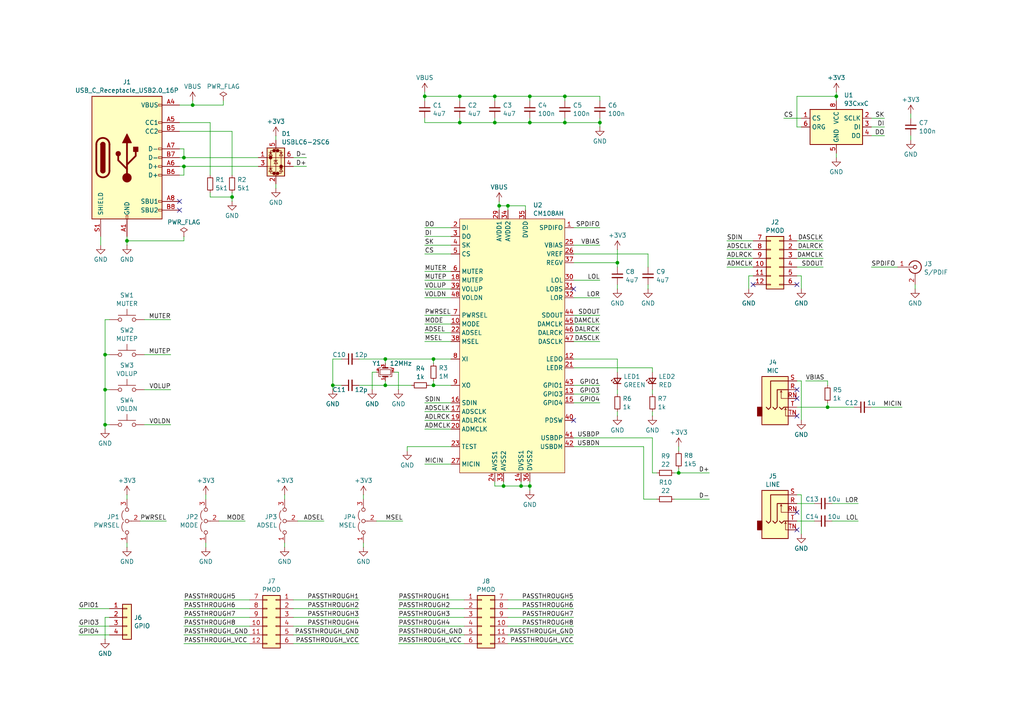
<source format=kicad_sch>
(kicad_sch
	(version 20231120)
	(generator "eeschema")
	(generator_version "8.0")
	(uuid "755421a6-5352-4e2b-87de-bbe98a6ecb78")
	(paper "A4")
	
	(junction
		(at 153.67 27.94)
		(diameter 0)
		(color 0 0 0 0)
		(uuid "0ba0c64f-8608-4da2-9201-8e4cd62fbbe0")
	)
	(junction
		(at 111.76 104.14)
		(diameter 0)
		(color 0 0 0 0)
		(uuid "0efd56ea-f120-4e99-a988-cb6eae496e18")
	)
	(junction
		(at 123.19 27.94)
		(diameter 0)
		(color 0 0 0 0)
		(uuid "0effe2db-dbc2-4d67-9593-d9426b4b387e")
	)
	(junction
		(at 30.48 123.19)
		(diameter 0)
		(color 0 0 0 0)
		(uuid "13af2abd-622a-4674-aa50-615ea31782cd")
	)
	(junction
		(at 36.83 69.85)
		(diameter 0)
		(color 0 0 0 0)
		(uuid "1b485b95-94dd-4850-9207-a2ba3f5967f2")
	)
	(junction
		(at 163.83 27.94)
		(diameter 0)
		(color 0 0 0 0)
		(uuid "2909b19f-c70c-4822-b43c-1e1801a930b8")
	)
	(junction
		(at 144.78 59.69)
		(diameter 0)
		(color 0 0 0 0)
		(uuid "2b024549-0116-4834-b0ac-7a822111baa1")
	)
	(junction
		(at 240.03 118.11)
		(diameter 0)
		(color 0 0 0 0)
		(uuid "434d963c-4252-4b0d-8eff-d1a94afafbf0")
	)
	(junction
		(at 55.88 30.48)
		(diameter 0)
		(color 0 0 0 0)
		(uuid "4aba0dec-bade-4a4b-988d-33305c8be279")
	)
	(junction
		(at 133.35 35.56)
		(diameter 0)
		(color 0 0 0 0)
		(uuid "70c158a2-03c8-440c-801f-a0f594398a3f")
	)
	(junction
		(at 67.31 57.15)
		(diameter 0)
		(color 0 0 0 0)
		(uuid "768fa246-369c-4478-b25d-533bcf3379a0")
	)
	(junction
		(at 125.73 111.76)
		(diameter 0)
		(color 0 0 0 0)
		(uuid "7c46369c-8480-4a5c-85c8-a2024697f304")
	)
	(junction
		(at 53.34 45.72)
		(diameter 0)
		(color 0 0 0 0)
		(uuid "928a05b0-502f-45f1-82c0-d9f3bab6a106")
	)
	(junction
		(at 153.67 35.56)
		(diameter 0)
		(color 0 0 0 0)
		(uuid "9b40a385-0218-433c-a7b4-a8a9957d5de0")
	)
	(junction
		(at 163.83 35.56)
		(diameter 0)
		(color 0 0 0 0)
		(uuid "9cded833-6efd-4251-851f-59a960a78d04")
	)
	(junction
		(at 143.51 27.94)
		(diameter 0)
		(color 0 0 0 0)
		(uuid "9d637e4d-8dd5-4226-a3b9-b9beaa4dd8ec")
	)
	(junction
		(at 143.51 35.56)
		(diameter 0)
		(color 0 0 0 0)
		(uuid "a172194c-7deb-400a-88ff-08083ed3f12b")
	)
	(junction
		(at 173.99 35.56)
		(diameter 0)
		(color 0 0 0 0)
		(uuid "a7402b11-3bd3-4b56-b326-16c2dcef0d83")
	)
	(junction
		(at 196.85 137.16)
		(diameter 0)
		(color 0 0 0 0)
		(uuid "a7f0f0e0-ca6a-430c-876b-dd8a8ecb5ee6")
	)
	(junction
		(at 151.13 140.97)
		(diameter 0)
		(color 0 0 0 0)
		(uuid "a7faa595-abf8-47ed-b8c7-4b0806c85736")
	)
	(junction
		(at 242.57 27.94)
		(diameter 0)
		(color 0 0 0 0)
		(uuid "af321293-1ec8-4c9e-9dbf-e380e2192adc")
	)
	(junction
		(at 125.73 104.14)
		(diameter 0)
		(color 0 0 0 0)
		(uuid "b3572b35-5954-4d40-87bd-655d1754c5f0")
	)
	(junction
		(at 179.07 76.2)
		(diameter 0)
		(color 0 0 0 0)
		(uuid "b8219462-da6a-4ab3-94fa-b57be949ad33")
	)
	(junction
		(at 147.32 59.69)
		(diameter 0)
		(color 0 0 0 0)
		(uuid "ba415012-44f9-4c8c-96c9-78c7270bd0d8")
	)
	(junction
		(at 153.67 140.97)
		(diameter 0)
		(color 0 0 0 0)
		(uuid "bcf998d9-6a67-43b0-8c70-e66f4aa1e22f")
	)
	(junction
		(at 30.48 113.03)
		(diameter 0)
		(color 0 0 0 0)
		(uuid "c1154821-3122-40af-8fd2-519fba49998c")
	)
	(junction
		(at 146.05 140.97)
		(diameter 0)
		(color 0 0 0 0)
		(uuid "c45005f3-9b02-415b-93c6-311f03bcdfd6")
	)
	(junction
		(at 96.52 111.76)
		(diameter 0)
		(color 0 0 0 0)
		(uuid "d91fe60d-e9c4-4406-a73d-a12e2ccc677b")
	)
	(junction
		(at 133.35 27.94)
		(diameter 0)
		(color 0 0 0 0)
		(uuid "db1a7718-2ae8-40f5-8441-c7e282b64a1a")
	)
	(junction
		(at 53.34 48.26)
		(diameter 0)
		(color 0 0 0 0)
		(uuid "dee7b41a-07db-42d8-84a3-ee5b498ba3b5")
	)
	(junction
		(at 111.76 111.76)
		(diameter 0)
		(color 0 0 0 0)
		(uuid "e1434a97-ba07-4d6e-8f28-946bc77f9af1")
	)
	(junction
		(at 30.48 102.87)
		(diameter 0)
		(color 0 0 0 0)
		(uuid "fb73eed1-6c92-47c1-b3e7-e4f98fdc08f4")
	)
	(no_connect
		(at 231.14 148.59)
		(uuid "1e57a0e3-9b7d-4cb4-9919-c8410dd8fcf0")
	)
	(no_connect
		(at 231.14 113.03)
		(uuid "3dc98b3d-e9d2-4630-822b-259dcc438447")
	)
	(no_connect
		(at 231.14 120.65)
		(uuid "4a93e69a-b6f3-4fe4-9673-39c8ec68958e")
	)
	(no_connect
		(at 218.44 82.55)
		(uuid "54ab5434-8049-4968-a467-af83d7425b0f")
	)
	(no_connect
		(at 231.14 153.67)
		(uuid "56dd83c3-3c22-4ce0-be44-edd1aa9ec175")
	)
	(no_connect
		(at 231.14 82.55)
		(uuid "590a35d2-7a83-4b06-92a7-ccc85cb8bc5d")
	)
	(no_connect
		(at 52.07 60.96)
		(uuid "630f5d51-8215-4479-bbe3-918802982bf0")
	)
	(no_connect
		(at 231.14 115.57)
		(uuid "6cac9e6c-d0c1-4168-b6e4-bba17dd38af8")
	)
	(no_connect
		(at 166.37 83.82)
		(uuid "785f5a27-28ad-4d86-9566-37e7072dbd16")
	)
	(no_connect
		(at 166.37 121.92)
		(uuid "beba7cef-1bf2-4db7-84b3-8d745ebb1e11")
	)
	(no_connect
		(at 52.07 58.42)
		(uuid "f3d2824d-c591-47f6-a1a5-2bc1ca50c242")
	)
	(wire
		(pts
			(xy 123.19 91.44) (xy 130.81 91.44)
		)
		(stroke
			(width 0)
			(type default)
		)
		(uuid "00692ca3-7e00-410a-891c-9eae1ba4ec03")
	)
	(wire
		(pts
			(xy 115.57 173.99) (xy 134.62 173.99)
		)
		(stroke
			(width 0)
			(type default)
		)
		(uuid "01be128d-1530-4227-ab71-c6f3a98ec774")
	)
	(wire
		(pts
			(xy 85.09 179.07) (xy 104.14 179.07)
		)
		(stroke
			(width 0)
			(type default)
		)
		(uuid "025d3c26-3b5d-463e-9a0e-c75bda283032")
	)
	(wire
		(pts
			(xy 123.19 99.06) (xy 130.81 99.06)
		)
		(stroke
			(width 0)
			(type default)
		)
		(uuid "02cf0099-2b7d-40b8-9b16-159e4c866f94")
	)
	(wire
		(pts
			(xy 22.86 181.61) (xy 31.75 181.61)
		)
		(stroke
			(width 0)
			(type default)
		)
		(uuid "031cab79-8a2e-46e1-af1a-0ff23b09edad")
	)
	(wire
		(pts
			(xy 210.82 72.39) (xy 218.44 72.39)
		)
		(stroke
			(width 0)
			(type default)
		)
		(uuid "031cf019-3e9d-4b69-8f5d-6a2b90b1432b")
	)
	(wire
		(pts
			(xy 107.95 107.95) (xy 109.22 107.95)
		)
		(stroke
			(width 0)
			(type default)
		)
		(uuid "04047aa8-c116-47d5-972e-20cc0c373e57")
	)
	(wire
		(pts
			(xy 22.86 176.53) (xy 31.75 176.53)
		)
		(stroke
			(width 0)
			(type default)
		)
		(uuid "04183f15-eb51-4be1-ab26-22b48d8839e4")
	)
	(wire
		(pts
			(xy 163.83 34.29) (xy 163.83 35.56)
		)
		(stroke
			(width 0)
			(type default)
		)
		(uuid "044df7fb-7262-4274-b136-e138bf26501b")
	)
	(wire
		(pts
			(xy 144.78 59.69) (xy 144.78 60.96)
		)
		(stroke
			(width 0)
			(type default)
		)
		(uuid "04a372bf-c006-415f-a8f3-d6ce9848d98b")
	)
	(wire
		(pts
			(xy 147.32 173.99) (xy 166.37 173.99)
		)
		(stroke
			(width 0)
			(type default)
		)
		(uuid "04d03694-49c4-479d-8723-859492583483")
	)
	(wire
		(pts
			(xy 151.13 140.97) (xy 153.67 140.97)
		)
		(stroke
			(width 0)
			(type default)
		)
		(uuid "06777f7d-8478-4bd9-a108-07a019fd8e1c")
	)
	(wire
		(pts
			(xy 41.91 113.03) (xy 49.53 113.03)
		)
		(stroke
			(width 0)
			(type default)
		)
		(uuid "0827bd49-4838-4015-b677-c1c60541604d")
	)
	(wire
		(pts
			(xy 53.34 45.72) (xy 52.07 45.72)
		)
		(stroke
			(width 0)
			(type default)
		)
		(uuid "08720c4f-a8ef-4b82-a51c-c871f4af3300")
	)
	(wire
		(pts
			(xy 67.31 38.1) (xy 67.31 50.8)
		)
		(stroke
			(width 0)
			(type default)
		)
		(uuid "08af450b-3e63-486b-b97f-afc4c862a384")
	)
	(wire
		(pts
			(xy 189.23 127) (xy 189.23 137.16)
		)
		(stroke
			(width 0)
			(type default)
		)
		(uuid "0a2bb5f7-5ff1-48c4-8d85-88017ec6d7a9")
	)
	(wire
		(pts
			(xy 85.09 48.26) (xy 88.9 48.26)
		)
		(stroke
			(width 0)
			(type default)
		)
		(uuid "0de2cc4d-1ce7-4a50-9445-9c63f8b825e3")
	)
	(wire
		(pts
			(xy 64.77 30.48) (xy 55.88 30.48)
		)
		(stroke
			(width 0)
			(type default)
		)
		(uuid "1039a18b-6e7b-4e15-b719-8a6e904b77ec")
	)
	(wire
		(pts
			(xy 166.37 184.15) (xy 147.32 184.15)
		)
		(stroke
			(width 0)
			(type default)
		)
		(uuid "128ce291-170d-4096-9b6f-c334b3c48382")
	)
	(wire
		(pts
			(xy 143.51 27.94) (xy 153.67 27.94)
		)
		(stroke
			(width 0)
			(type default)
		)
		(uuid "12e9d9b9-902e-4519-be40-9f016682d227")
	)
	(wire
		(pts
			(xy 104.14 111.76) (xy 111.76 111.76)
		)
		(stroke
			(width 0)
			(type default)
		)
		(uuid "1379d1a0-e681-4c4f-9c6d-31efcc141691")
	)
	(wire
		(pts
			(xy 146.05 139.7) (xy 146.05 140.97)
		)
		(stroke
			(width 0)
			(type default)
		)
		(uuid "139d2f4f-e7d8-4ac0-b854-ad83163f1edc")
	)
	(wire
		(pts
			(xy 152.4 59.69) (xy 152.4 60.96)
		)
		(stroke
			(width 0)
			(type default)
		)
		(uuid "13df1104-489f-4727-bc87-e742969cf3b9")
	)
	(wire
		(pts
			(xy 231.14 72.39) (xy 238.76 72.39)
		)
		(stroke
			(width 0)
			(type default)
		)
		(uuid "141bb34a-9342-4ceb-857c-c4359a26e15f")
	)
	(wire
		(pts
			(xy 196.85 129.54) (xy 196.85 130.81)
		)
		(stroke
			(width 0)
			(type default)
		)
		(uuid "14905613-107b-43c1-804e-4fa942ae2be7")
	)
	(wire
		(pts
			(xy 133.35 27.94) (xy 143.51 27.94)
		)
		(stroke
			(width 0)
			(type default)
		)
		(uuid "1519b04e-5b45-4a62-8c25-18239b5eff4c")
	)
	(wire
		(pts
			(xy 36.83 157.48) (xy 36.83 158.75)
		)
		(stroke
			(width 0)
			(type default)
		)
		(uuid "15d16b2e-a2aa-4751-8453-a5ddae29860b")
	)
	(wire
		(pts
			(xy 118.11 129.54) (xy 130.81 129.54)
		)
		(stroke
			(width 0)
			(type default)
		)
		(uuid "1812631d-8f86-4380-b78b-d5510fdd107a")
	)
	(wire
		(pts
			(xy 53.34 184.15) (xy 72.39 184.15)
		)
		(stroke
			(width 0)
			(type default)
		)
		(uuid "18caae85-860a-44d7-a9ca-6826e0639518")
	)
	(wire
		(pts
			(xy 72.39 176.53) (xy 53.34 176.53)
		)
		(stroke
			(width 0)
			(type default)
		)
		(uuid "194ed39c-7e11-4de9-b142-44621014822a")
	)
	(wire
		(pts
			(xy 123.19 66.04) (xy 130.81 66.04)
		)
		(stroke
			(width 0)
			(type default)
		)
		(uuid "1c59c4d9-7311-4d2a-befd-e53bb2d9fa70")
	)
	(wire
		(pts
			(xy 143.51 139.7) (xy 143.51 140.97)
		)
		(stroke
			(width 0)
			(type default)
		)
		(uuid "1ce8023a-d62f-47fe-83a7-8c7ae3d9d6e0")
	)
	(wire
		(pts
			(xy 123.19 93.98) (xy 130.81 93.98)
		)
		(stroke
			(width 0)
			(type default)
		)
		(uuid "2059ec1b-ed2d-4e30-bf7c-092616b68beb")
	)
	(wire
		(pts
			(xy 30.48 92.71) (xy 31.75 92.71)
		)
		(stroke
			(width 0)
			(type default)
		)
		(uuid "21c66b22-7f70-46cb-956d-2c6bef417d4a")
	)
	(wire
		(pts
			(xy 166.37 99.06) (xy 173.99 99.06)
		)
		(stroke
			(width 0)
			(type default)
		)
		(uuid "21c7cb1c-3ed4-49a4-b1a7-3b501b4c587f")
	)
	(wire
		(pts
			(xy 115.57 181.61) (xy 134.62 181.61)
		)
		(stroke
			(width 0)
			(type default)
		)
		(uuid "21da54f9-3af1-442d-aef8-6f066aa352c0")
	)
	(wire
		(pts
			(xy 232.41 36.83) (xy 231.14 36.83)
		)
		(stroke
			(width 0)
			(type default)
		)
		(uuid "21e91d23-7f69-49fb-bbd6-2fc78199305c")
	)
	(wire
		(pts
			(xy 196.85 135.89) (xy 196.85 137.16)
		)
		(stroke
			(width 0)
			(type default)
		)
		(uuid "227a3ab6-5fa1-46af-85a7-22671d2ec947")
	)
	(wire
		(pts
			(xy 30.48 113.03) (xy 30.48 102.87)
		)
		(stroke
			(width 0)
			(type default)
		)
		(uuid "22f94949-15d3-46aa-a3b4-6e0060c42945")
	)
	(wire
		(pts
			(xy 53.34 48.26) (xy 74.93 48.26)
		)
		(stroke
			(width 0)
			(type default)
		)
		(uuid "2335e729-4a37-4d00-92ff-ed99f068090c")
	)
	(wire
		(pts
			(xy 189.23 119.38) (xy 189.23 120.65)
		)
		(stroke
			(width 0)
			(type default)
		)
		(uuid "234d998c-34e3-451d-9429-d9a59133efa2")
	)
	(wire
		(pts
			(xy 166.37 91.44) (xy 173.99 91.44)
		)
		(stroke
			(width 0)
			(type default)
		)
		(uuid "252af156-d15c-4103-b5f9-bb0dba817075")
	)
	(wire
		(pts
			(xy 240.03 116.84) (xy 240.03 118.11)
		)
		(stroke
			(width 0)
			(type default)
		)
		(uuid "25bae9d9-e978-4cdd-95a4-841f30c8d627")
	)
	(wire
		(pts
			(xy 166.37 186.69) (xy 147.32 186.69)
		)
		(stroke
			(width 0)
			(type default)
		)
		(uuid "26a67c8f-f4a9-44b5-937a-1986f7f11ded")
	)
	(wire
		(pts
			(xy 30.48 102.87) (xy 30.48 92.71)
		)
		(stroke
			(width 0)
			(type default)
		)
		(uuid "27211089-4301-453e-bd8a-f944116719ab")
	)
	(wire
		(pts
			(xy 233.68 110.49) (xy 240.03 110.49)
		)
		(stroke
			(width 0)
			(type default)
		)
		(uuid "285e1fed-eaa8-481d-b101-637c15c72b0a")
	)
	(wire
		(pts
			(xy 55.88 30.48) (xy 52.07 30.48)
		)
		(stroke
			(width 0)
			(type default)
		)
		(uuid "28883ec7-0e99-4a5e-8d51-b373722da55d")
	)
	(wire
		(pts
			(xy 64.77 29.21) (xy 64.77 30.48)
		)
		(stroke
			(width 0)
			(type default)
		)
		(uuid "297c32a6-39c3-4298-ab6b-e34a7b96a1de")
	)
	(wire
		(pts
			(xy 186.69 129.54) (xy 186.69 144.78)
		)
		(stroke
			(width 0)
			(type default)
		)
		(uuid "29968ec9-ef12-462c-82f3-d388df556be4")
	)
	(wire
		(pts
			(xy 153.67 27.94) (xy 153.67 29.21)
		)
		(stroke
			(width 0)
			(type default)
		)
		(uuid "2a2c2843-e26f-4887-bcbd-029e73940d63")
	)
	(wire
		(pts
			(xy 85.09 184.15) (xy 104.14 184.15)
		)
		(stroke
			(width 0)
			(type default)
		)
		(uuid "2bfd7479-6fa8-4cf9-8812-6e83f7121cff")
	)
	(wire
		(pts
			(xy 118.11 130.81) (xy 118.11 129.54)
		)
		(stroke
			(width 0)
			(type default)
		)
		(uuid "2cc09d9c-aa65-4eeb-a1ab-2c3a69779542")
	)
	(wire
		(pts
			(xy 264.16 39.37) (xy 264.16 40.64)
		)
		(stroke
			(width 0)
			(type default)
		)
		(uuid "2fd6f27b-8f3a-4077-836d-178f21a31c05")
	)
	(wire
		(pts
			(xy 123.19 83.82) (xy 130.81 83.82)
		)
		(stroke
			(width 0)
			(type default)
		)
		(uuid "3046a330-7370-4b2e-96b9-fd5cb85b56a0")
	)
	(wire
		(pts
			(xy 52.07 38.1) (xy 67.31 38.1)
		)
		(stroke
			(width 0)
			(type default)
		)
		(uuid "305910eb-ff76-4ebc-bfd9-16fbd8b19442")
	)
	(wire
		(pts
			(xy 30.48 179.07) (xy 30.48 185.42)
		)
		(stroke
			(width 0)
			(type default)
		)
		(uuid "30b9e3f1-2a2e-4b09-af05-f0c2e31a4409")
	)
	(wire
		(pts
			(xy 114.3 107.95) (xy 115.57 107.95)
		)
		(stroke
			(width 0)
			(type default)
		)
		(uuid "311d1f9d-bc2b-4fe3-8c17-a0ffc6e16695")
	)
	(wire
		(pts
			(xy 166.37 179.07) (xy 147.32 179.07)
		)
		(stroke
			(width 0)
			(type default)
		)
		(uuid "3192a345-472d-4334-a444-e682050261a0")
	)
	(wire
		(pts
			(xy 109.22 151.13) (xy 116.84 151.13)
		)
		(stroke
			(width 0)
			(type default)
		)
		(uuid "33c2881d-adbc-4610-9900-50d4d00b0507")
	)
	(wire
		(pts
			(xy 53.34 50.8) (xy 52.07 50.8)
		)
		(stroke
			(width 0)
			(type default)
		)
		(uuid "33c6f4ab-cc50-4d36-8f1f-24e5e7a80644")
	)
	(wire
		(pts
			(xy 60.96 57.15) (xy 67.31 57.15)
		)
		(stroke
			(width 0)
			(type default)
		)
		(uuid "34ada93c-6ff7-42d4-af50-fcddbe521006")
	)
	(wire
		(pts
			(xy 36.83 69.85) (xy 53.34 69.85)
		)
		(stroke
			(width 0)
			(type default)
		)
		(uuid "372ba323-9be6-4c8c-b9fb-9af71658ce80")
	)
	(wire
		(pts
			(xy 153.67 35.56) (xy 143.51 35.56)
		)
		(stroke
			(width 0)
			(type default)
		)
		(uuid "373e4b5e-f7c9-483e-a5a2-ab3c65c322de")
	)
	(wire
		(pts
			(xy 36.83 143.51) (xy 36.83 144.78)
		)
		(stroke
			(width 0)
			(type default)
		)
		(uuid "37f6a14f-6878-427f-bbba-a3f7cbaac4e5")
	)
	(wire
		(pts
			(xy 30.48 123.19) (xy 31.75 123.19)
		)
		(stroke
			(width 0)
			(type default)
		)
		(uuid "3823ef72-73ae-4e04-9093-e9eff3f7bd34")
	)
	(wire
		(pts
			(xy 53.34 43.18) (xy 53.34 45.72)
		)
		(stroke
			(width 0)
			(type default)
		)
		(uuid "383c4f0c-efae-4098-a76c-9f98804d19be")
	)
	(wire
		(pts
			(xy 55.88 29.21) (xy 55.88 30.48)
		)
		(stroke
			(width 0)
			(type default)
		)
		(uuid "398ac96d-366f-42da-b572-ac70bd74c65b")
	)
	(wire
		(pts
			(xy 153.67 139.7) (xy 153.67 140.97)
		)
		(stroke
			(width 0)
			(type default)
		)
		(uuid "39e4f55f-0636-4cc9-81dc-52f4c978cd71")
	)
	(wire
		(pts
			(xy 30.48 124.46) (xy 30.48 123.19)
		)
		(stroke
			(width 0)
			(type default)
		)
		(uuid "3b0c6847-d519-47d3-8d6d-52af3e9c64ad")
	)
	(wire
		(pts
			(xy 133.35 34.29) (xy 133.35 35.56)
		)
		(stroke
			(width 0)
			(type default)
		)
		(uuid "3bbc2892-bdc8-4f2e-89f4-37ab6a98af3b")
	)
	(wire
		(pts
			(xy 53.34 45.72) (xy 74.93 45.72)
		)
		(stroke
			(width 0)
			(type default)
		)
		(uuid "3d20122c-8b6a-4856-a5ff-31ae0b30efac")
	)
	(wire
		(pts
			(xy 231.14 143.51) (xy 232.41 143.51)
		)
		(stroke
			(width 0)
			(type default)
		)
		(uuid "3fcecf51-8542-493c-928d-dd4449e48d4a")
	)
	(wire
		(pts
			(xy 143.51 35.56) (xy 143.51 34.29)
		)
		(stroke
			(width 0)
			(type default)
		)
		(uuid "40daf3b5-82e4-4882-a6d3-7ffa39a557d8")
	)
	(wire
		(pts
			(xy 166.37 66.04) (xy 173.99 66.04)
		)
		(stroke
			(width 0)
			(type default)
		)
		(uuid "4140c0ed-944e-43c7-aab7-4e76c338deb2")
	)
	(wire
		(pts
			(xy 105.41 143.51) (xy 105.41 144.78)
		)
		(stroke
			(width 0)
			(type default)
		)
		(uuid "41497abf-e8fa-4eb3-82e8-92d39f724334")
	)
	(wire
		(pts
			(xy 179.07 113.03) (xy 179.07 114.3)
		)
		(stroke
			(width 0)
			(type default)
		)
		(uuid "4159d8bf-52b4-4606-8ffc-7a017d8622f1")
	)
	(wire
		(pts
			(xy 173.99 36.83) (xy 173.99 35.56)
		)
		(stroke
			(width 0)
			(type default)
		)
		(uuid "41974d71-0a01-484f-ba53-328ca83c25f3")
	)
	(wire
		(pts
			(xy 231.14 69.85) (xy 238.76 69.85)
		)
		(stroke
			(width 0)
			(type default)
		)
		(uuid "4267f21a-d1d0-463b-991d-98889ecef7b4")
	)
	(wire
		(pts
			(xy 232.41 143.51) (xy 232.41 154.94)
		)
		(stroke
			(width 0)
			(type default)
		)
		(uuid "4273d13e-440a-41cd-92dc-d76c4b329a06")
	)
	(wire
		(pts
			(xy 143.51 27.94) (xy 143.51 29.21)
		)
		(stroke
			(width 0)
			(type default)
		)
		(uuid "4b520a1b-a1bf-4da7-9b16-2de32769472f")
	)
	(wire
		(pts
			(xy 231.14 77.47) (xy 238.76 77.47)
		)
		(stroke
			(width 0)
			(type default)
		)
		(uuid "4d21781b-1a8d-4c0f-814d-d32448c909a5")
	)
	(wire
		(pts
			(xy 30.48 123.19) (xy 30.48 113.03)
		)
		(stroke
			(width 0)
			(type default)
		)
		(uuid "4ed902b1-81a2-4b8d-ba56-df51d8ee0b73")
	)
	(wire
		(pts
			(xy 189.23 106.68) (xy 189.23 107.95)
		)
		(stroke
			(width 0)
			(type default)
		)
		(uuid "4f3edf5a-e2f1-4bf6-a14c-c49fe892f313")
	)
	(wire
		(pts
			(xy 147.32 181.61) (xy 166.37 181.61)
		)
		(stroke
			(width 0)
			(type default)
		)
		(uuid "4f799a6b-94ca-48eb-9559-e2b7f28c70f4")
	)
	(wire
		(pts
			(xy 123.19 124.46) (xy 130.81 124.46)
		)
		(stroke
			(width 0)
			(type default)
		)
		(uuid "4f7d357d-0324-4476-a2c2-0d260f9ce09a")
	)
	(wire
		(pts
			(xy 173.99 34.29) (xy 173.99 35.56)
		)
		(stroke
			(width 0)
			(type default)
		)
		(uuid "51523b8c-8130-4d7f-9507-5baf1ce92b2c")
	)
	(wire
		(pts
			(xy 115.57 176.53) (xy 134.62 176.53)
		)
		(stroke
			(width 0)
			(type default)
		)
		(uuid "52da5090-4d5f-4ede-9feb-46701bc6d1c3")
	)
	(wire
		(pts
			(xy 196.85 137.16) (xy 205.74 137.16)
		)
		(stroke
			(width 0)
			(type default)
		)
		(uuid "5368150b-2e67-43b5-b849-65f4c1e31199")
	)
	(wire
		(pts
			(xy 189.23 113.03) (xy 189.23 114.3)
		)
		(stroke
			(width 0)
			(type default)
		)
		(uuid "5407c177-c8cd-40f6-9975-09e5b213f881")
	)
	(wire
		(pts
			(xy 31.75 179.07) (xy 30.48 179.07)
		)
		(stroke
			(width 0)
			(type default)
		)
		(uuid "54c59075-40bb-4352-8603-a2634a4ca611")
	)
	(wire
		(pts
			(xy 123.19 116.84) (xy 130.81 116.84)
		)
		(stroke
			(width 0)
			(type default)
		)
		(uuid "560d6946-c434-486e-9ca3-343924cccadd")
	)
	(wire
		(pts
			(xy 166.37 73.66) (xy 187.96 73.66)
		)
		(stroke
			(width 0)
			(type default)
		)
		(uuid "5a546e69-ad36-404b-8672-e5b122f5963a")
	)
	(wire
		(pts
			(xy 241.3 146.05) (xy 248.92 146.05)
		)
		(stroke
			(width 0)
			(type default)
		)
		(uuid "5d50aac1-f2aa-4d21-8a4f-1b8466da18a6")
	)
	(wire
		(pts
			(xy 231.14 74.93) (xy 238.76 74.93)
		)
		(stroke
			(width 0)
			(type default)
		)
		(uuid "5e3e27e7-f3e7-43fc-87d3-78ebac6feeeb")
	)
	(wire
		(pts
			(xy 123.19 81.28) (xy 130.81 81.28)
		)
		(stroke
			(width 0)
			(type default)
		)
		(uuid "5f1559a8-8b31-4d06-ba9f-016a44e7135b")
	)
	(wire
		(pts
			(xy 125.73 104.14) (xy 125.73 105.41)
		)
		(stroke
			(width 0)
			(type default)
		)
		(uuid "5f5b3201-b23d-4385-9ca9-a01a9111a26a")
	)
	(wire
		(pts
			(xy 179.07 104.14) (xy 179.07 107.95)
		)
		(stroke
			(width 0)
			(type default)
		)
		(uuid "5ff00241-6c46-4523-805a-787e61828ed8")
	)
	(wire
		(pts
			(xy 59.69 143.51) (xy 59.69 144.78)
		)
		(stroke
			(width 0)
			(type default)
		)
		(uuid "605c37f3-e7fb-4a22-9d36-641b6e450f15")
	)
	(wire
		(pts
			(xy 153.67 27.94) (xy 163.83 27.94)
		)
		(stroke
			(width 0)
			(type default)
		)
		(uuid "606e5925-db2d-412f-a931-f9bcf8a9f6e2")
	)
	(wire
		(pts
			(xy 123.19 71.12) (xy 130.81 71.12)
		)
		(stroke
			(width 0)
			(type default)
		)
		(uuid "60c000ad-459b-4665-a8ec-4b3353eb281c")
	)
	(wire
		(pts
			(xy 30.48 102.87) (xy 31.75 102.87)
		)
		(stroke
			(width 0)
			(type default)
		)
		(uuid "623e9a75-458e-4ec0-86b9-f698f07faf82")
	)
	(wire
		(pts
			(xy 242.57 27.94) (xy 242.57 29.21)
		)
		(stroke
			(width 0)
			(type default)
		)
		(uuid "627f238f-4be4-48be-84b3-7989fc5f6511")
	)
	(wire
		(pts
			(xy 123.19 27.94) (xy 123.19 29.21)
		)
		(stroke
			(width 0)
			(type default)
		)
		(uuid "62b64ba4-1e57-40a1-9dd5-55b6e02d3d97")
	)
	(wire
		(pts
			(xy 124.46 111.76) (xy 125.73 111.76)
		)
		(stroke
			(width 0)
			(type default)
		)
		(uuid "63ab33db-c521-4e6a-a6ea-3f456f347850")
	)
	(wire
		(pts
			(xy 72.39 181.61) (xy 53.34 181.61)
		)
		(stroke
			(width 0)
			(type default)
		)
		(uuid "65116f61-572d-4af7-b5d4-d7987c304450")
	)
	(wire
		(pts
			(xy 60.96 55.88) (xy 60.96 57.15)
		)
		(stroke
			(width 0)
			(type default)
		)
		(uuid "66431cb2-5c46-4f98-9b08-e88938092483")
	)
	(wire
		(pts
			(xy 166.37 106.68) (xy 189.23 106.68)
		)
		(stroke
			(width 0)
			(type default)
		)
		(uuid "6bb02c18-0cd7-4135-b67a-d7992e9256cf")
	)
	(wire
		(pts
			(xy 111.76 111.76) (xy 119.38 111.76)
		)
		(stroke
			(width 0)
			(type default)
		)
		(uuid "6bd17d6a-f324-4b82-b9e1-f8b7996bd038")
	)
	(wire
		(pts
			(xy 153.67 34.29) (xy 153.67 35.56)
		)
		(stroke
			(width 0)
			(type default)
		)
		(uuid "6d9d2cb9-2929-4f52-a15f-b1c72dd53eaa")
	)
	(wire
		(pts
			(xy 133.35 35.56) (xy 143.51 35.56)
		)
		(stroke
			(width 0)
			(type default)
		)
		(uuid "6ebe7cd1-7ba5-4a95-848c-58e62c0b7f0c")
	)
	(wire
		(pts
			(xy 72.39 173.99) (xy 53.34 173.99)
		)
		(stroke
			(width 0)
			(type default)
		)
		(uuid "6f414dbc-ae96-4118-9120-97042872f130")
	)
	(wire
		(pts
			(xy 163.83 27.94) (xy 163.83 29.21)
		)
		(stroke
			(width 0)
			(type default)
		)
		(uuid "716dca9c-2cc0-4f34-8167-1c6a08506e99")
	)
	(wire
		(pts
			(xy 252.73 77.47) (xy 260.35 77.47)
		)
		(stroke
			(width 0)
			(type default)
		)
		(uuid "720313df-e708-4656-b3b0-69627d105852")
	)
	(wire
		(pts
			(xy 130.81 111.76) (xy 125.73 111.76)
		)
		(stroke
			(width 0)
			(type default)
		)
		(uuid "7296b1d7-7a51-4461-8143-06c28c042faa")
	)
	(wire
		(pts
			(xy 217.17 83.82) (xy 217.17 80.01)
		)
		(stroke
			(width 0)
			(type default)
		)
		(uuid "733d21b8-72dc-492b-9297-4667f2ad88a7")
	)
	(wire
		(pts
			(xy 217.17 80.01) (xy 218.44 80.01)
		)
		(stroke
			(width 0)
			(type default)
		)
		(uuid "74700c69-6202-4a97-94a9-65168e78608a")
	)
	(wire
		(pts
			(xy 231.14 118.11) (xy 240.03 118.11)
		)
		(stroke
			(width 0)
			(type default)
		)
		(uuid "74708795-3876-4f1c-93ea-31912e97ddcc")
	)
	(wire
		(pts
			(xy 125.73 104.14) (xy 130.81 104.14)
		)
		(stroke
			(width 0)
			(type default)
		)
		(uuid "74b5f8c1-74c5-4a5a-aa7e-246cd41d13be")
	)
	(wire
		(pts
			(xy 179.07 76.2) (xy 179.07 77.47)
		)
		(stroke
			(width 0)
			(type default)
		)
		(uuid "754c84e5-0acb-41ac-9fa0-a5cb19a1433e")
	)
	(wire
		(pts
			(xy 123.19 68.58) (xy 130.81 68.58)
		)
		(stroke
			(width 0)
			(type default)
		)
		(uuid "757551b8-1126-470c-8186-41739715bba3")
	)
	(wire
		(pts
			(xy 240.03 118.11) (xy 247.65 118.11)
		)
		(stroke
			(width 0)
			(type default)
		)
		(uuid "7832c482-8dd8-47bf-9f76-76ad0308187d")
	)
	(wire
		(pts
			(xy 60.96 35.56) (xy 60.96 50.8)
		)
		(stroke
			(width 0)
			(type default)
		)
		(uuid "7864c288-80a8-44d3-833f-73fb60f53d1b")
	)
	(wire
		(pts
			(xy 29.21 68.58) (xy 29.21 71.12)
		)
		(stroke
			(width 0)
			(type default)
		)
		(uuid "789a6d37-58e3-48c5-99b5-411e7599e0bc")
	)
	(wire
		(pts
			(xy 96.52 111.76) (xy 96.52 104.14)
		)
		(stroke
			(width 0)
			(type default)
		)
		(uuid "79921123-73b5-4047-a091-485e0eb57813")
	)
	(wire
		(pts
			(xy 195.58 144.78) (xy 205.74 144.78)
		)
		(stroke
			(width 0)
			(type default)
		)
		(uuid "79c256a4-4705-4533-a85e-30e3baac6d0b")
	)
	(wire
		(pts
			(xy 85.09 45.72) (xy 88.9 45.72)
		)
		(stroke
			(width 0)
			(type default)
		)
		(uuid "7b063e16-f2f1-481d-8b8b-088d4370cada")
	)
	(wire
		(pts
			(xy 166.37 71.12) (xy 173.99 71.12)
		)
		(stroke
			(width 0)
			(type default)
		)
		(uuid "7b54f7ac-6545-412c-9e12-061e7803096b")
	)
	(wire
		(pts
			(xy 153.67 140.97) (xy 153.67 142.24)
		)
		(stroke
			(width 0)
			(type default)
		)
		(uuid "7c6ef35d-9ed8-4cc1-b69c-2c2a2b0610e2")
	)
	(wire
		(pts
			(xy 231.14 146.05) (xy 236.22 146.05)
		)
		(stroke
			(width 0)
			(type default)
		)
		(uuid "7d5cbbaf-ec1c-4f5b-9e67-43454326f5d9")
	)
	(wire
		(pts
			(xy 147.32 176.53) (xy 166.37 176.53)
		)
		(stroke
			(width 0)
			(type default)
		)
		(uuid "7e224d96-314d-4dc8-a292-8d5a7464cf1b")
	)
	(wire
		(pts
			(xy 231.14 36.83) (xy 231.14 27.94)
		)
		(stroke
			(width 0)
			(type default)
		)
		(uuid "7ebc8473-cdfc-4c89-bcac-9250aac4f73a")
	)
	(wire
		(pts
			(xy 232.41 80.01) (xy 232.41 83.82)
		)
		(stroke
			(width 0)
			(type default)
		)
		(uuid "7eea1653-255a-48af-a4a9-fa60fe60f700")
	)
	(wire
		(pts
			(xy 111.76 110.49) (xy 111.76 111.76)
		)
		(stroke
			(width 0)
			(type default)
		)
		(uuid "7f3955c5-76ad-43d1-80a8-6bab55285a79")
	)
	(wire
		(pts
			(xy 36.83 71.12) (xy 36.83 69.85)
		)
		(stroke
			(width 0)
			(type default)
		)
		(uuid "7f5e52ce-460e-4987-8090-2cbe52ae73a6")
	)
	(wire
		(pts
			(xy 252.73 36.83) (xy 256.54 36.83)
		)
		(stroke
			(width 0)
			(type default)
		)
		(uuid "7f6f89dd-3717-47ac-b771-73a63e053d89")
	)
	(wire
		(pts
			(xy 123.19 35.56) (xy 133.35 35.56)
		)
		(stroke
			(width 0)
			(type default)
		)
		(uuid "80e2850a-16b3-4b0a-98d2-5044426517ca")
	)
	(wire
		(pts
			(xy 123.19 78.74) (xy 130.81 78.74)
		)
		(stroke
			(width 0)
			(type default)
		)
		(uuid "80f20826-de0f-47e7-a2e5-b442018d2855")
	)
	(wire
		(pts
			(xy 231.14 27.94) (xy 242.57 27.94)
		)
		(stroke
			(width 0)
			(type default)
		)
		(uuid "81956049-1e2a-4aed-9b53-38d59bb844ee")
	)
	(wire
		(pts
			(xy 41.91 102.87) (xy 49.53 102.87)
		)
		(stroke
			(width 0)
			(type default)
		)
		(uuid "83231643-b0ea-426d-8c1a-cb73b0bfb928")
	)
	(wire
		(pts
			(xy 52.07 48.26) (xy 53.34 48.26)
		)
		(stroke
			(width 0)
			(type default)
		)
		(uuid "85dcf840-5bcb-416a-b9d9-4762dda6cf5f")
	)
	(wire
		(pts
			(xy 40.64 151.13) (xy 48.26 151.13)
		)
		(stroke
			(width 0)
			(type default)
		)
		(uuid "862b16a4-bf1c-49a3-8cd6-d8ab7dcfd58a")
	)
	(wire
		(pts
			(xy 210.82 74.93) (xy 218.44 74.93)
		)
		(stroke
			(width 0)
			(type default)
		)
		(uuid "863c39f0-ad12-4159-b232-fdcaa3827379")
	)
	(wire
		(pts
			(xy 134.62 184.15) (xy 115.57 184.15)
		)
		(stroke
			(width 0)
			(type default)
		)
		(uuid "8ab28b48-aa17-490d-9de3-92be39999aae")
	)
	(wire
		(pts
			(xy 166.37 129.54) (xy 186.69 129.54)
		)
		(stroke
			(width 0)
			(type default)
		)
		(uuid "8abf5167-cafa-4d52-88ff-e61ea1ac5529")
	)
	(wire
		(pts
			(xy 111.76 104.14) (xy 125.73 104.14)
		)
		(stroke
			(width 0)
			(type default)
		)
		(uuid "8e47b1fe-60b3-4ad5-8426-9008c887f357")
	)
	(wire
		(pts
			(xy 105.41 157.48) (xy 105.41 158.75)
		)
		(stroke
			(width 0)
			(type default)
		)
		(uuid "9053270b-c3ed-47e9-9295-bac50ad4ceff")
	)
	(wire
		(pts
			(xy 187.96 73.66) (xy 187.96 77.47)
		)
		(stroke
			(width 0)
			(type default)
		)
		(uuid "90dee636-c254-485d-87b2-402180362b52")
	)
	(wire
		(pts
			(xy 187.96 82.55) (xy 187.96 83.82)
		)
		(stroke
			(width 0)
			(type default)
		)
		(uuid "92cbed29-2580-4cb6-b9b0-e085de152c62")
	)
	(wire
		(pts
			(xy 80.01 53.34) (xy 80.01 54.61)
		)
		(stroke
			(width 0)
			(type default)
		)
		(uuid "948f3c47-9b11-408c-95f0-66a28425286b")
	)
	(wire
		(pts
			(xy 123.19 27.94) (xy 133.35 27.94)
		)
		(stroke
			(width 0)
			(type default)
		)
		(uuid "9497fbb5-a519-4edf-a260-48d738ff5e80")
	)
	(wire
		(pts
			(xy 166.37 81.28) (xy 173.99 81.28)
		)
		(stroke
			(width 0)
			(type default)
		)
		(uuid "9623718e-0982-4a61-89b3-e82f2a3b57b2")
	)
	(wire
		(pts
			(xy 134.62 179.07) (xy 115.57 179.07)
		)
		(stroke
			(width 0)
			(type default)
		)
		(uuid "97c6ae7d-0130-4f3c-8f15-31b4112315b5")
	)
	(wire
		(pts
			(xy 189.23 137.16) (xy 190.5 137.16)
		)
		(stroke
			(width 0)
			(type default)
		)
		(uuid "989e5740-8bab-4bc1-99c1-63bb8a352b4f")
	)
	(wire
		(pts
			(xy 41.91 92.71) (xy 49.53 92.71)
		)
		(stroke
			(width 0)
			(type default)
		)
		(uuid "98a464ea-235c-4a1b-b429-7a5ebf767659")
	)
	(wire
		(pts
			(xy 123.19 73.66) (xy 130.81 73.66)
		)
		(stroke
			(width 0)
			(type default)
		)
		(uuid "9c0295f5-5bfa-414d-ab6c-450106b4dea0")
	)
	(wire
		(pts
			(xy 123.19 26.67) (xy 123.19 27.94)
		)
		(stroke
			(width 0)
			(type default)
		)
		(uuid "9ffedd40-8426-4e13-bebc-49d08255b1dd")
	)
	(wire
		(pts
			(xy 231.14 151.13) (xy 236.22 151.13)
		)
		(stroke
			(width 0)
			(type default)
		)
		(uuid "a13a7b65-1d3b-4b7d-b4f8-3c1c93710c70")
	)
	(wire
		(pts
			(xy 36.83 68.58) (xy 36.83 69.85)
		)
		(stroke
			(width 0)
			(type default)
		)
		(uuid "a1e57358-3669-4638-9b79-cb6102848e78")
	)
	(wire
		(pts
			(xy 86.36 151.13) (xy 93.98 151.13)
		)
		(stroke
			(width 0)
			(type default)
		)
		(uuid "a298982f-e2ce-458a-84c5-a0e65dfba69c")
	)
	(wire
		(pts
			(xy 173.99 35.56) (xy 163.83 35.56)
		)
		(stroke
			(width 0)
			(type default)
		)
		(uuid "a3a9c839-12d7-4fd6-b28f-7bc7edc685ef")
	)
	(wire
		(pts
			(xy 163.83 35.56) (xy 153.67 35.56)
		)
		(stroke
			(width 0)
			(type default)
		)
		(uuid "a55aff0a-1722-4d14-aee1-31bfc0480d70")
	)
	(wire
		(pts
			(xy 59.69 157.48) (xy 59.69 158.75)
		)
		(stroke
			(width 0)
			(type default)
		)
		(uuid "aa6da987-bcfe-4498-8c61-a94ad9183bcd")
	)
	(wire
		(pts
			(xy 144.78 59.69) (xy 147.32 59.69)
		)
		(stroke
			(width 0)
			(type default)
		)
		(uuid "ab4a5895-cd9b-4473-a424-decd18c25013")
	)
	(wire
		(pts
			(xy 179.07 82.55) (xy 179.07 83.82)
		)
		(stroke
			(width 0)
			(type default)
		)
		(uuid "abb88a13-ca92-4756-8ee7-08668ea36878")
	)
	(wire
		(pts
			(xy 232.41 110.49) (xy 232.41 121.92)
		)
		(stroke
			(width 0)
			(type default)
		)
		(uuid "ace2e83d-a01d-4c41-b07e-938275a95768")
	)
	(wire
		(pts
			(xy 166.37 127) (xy 189.23 127)
		)
		(stroke
			(width 0)
			(type default)
		)
		(uuid "af3c0d1a-d6f0-4f7a-8906-86313425310c")
	)
	(wire
		(pts
			(xy 67.31 57.15) (xy 67.31 58.42)
		)
		(stroke
			(width 0)
			(type default)
		)
		(uuid "af6bed56-ab2b-44f8-b42e-8582a6dcc478")
	)
	(wire
		(pts
			(xy 123.19 86.36) (xy 130.81 86.36)
		)
		(stroke
			(width 0)
			(type default)
		)
		(uuid "b063f000-684f-467a-81dc-09925b068514")
	)
	(wire
		(pts
			(xy 210.82 77.47) (xy 218.44 77.47)
		)
		(stroke
			(width 0)
			(type default)
		)
		(uuid "b0d3fc0c-111d-413c-a39d-ae46981467e9")
	)
	(wire
		(pts
			(xy 104.14 181.61) (xy 85.09 181.61)
		)
		(stroke
			(width 0)
			(type default)
		)
		(uuid "b1f3dd54-54da-4b06-8ec8-01cf5b7a5d6c")
	)
	(wire
		(pts
			(xy 242.57 44.45) (xy 242.57 45.72)
		)
		(stroke
			(width 0)
			(type default)
		)
		(uuid "b323c7a0-6091-461f-a5e0-e66db47741b5")
	)
	(wire
		(pts
			(xy 240.03 110.49) (xy 240.03 111.76)
		)
		(stroke
			(width 0)
			(type default)
		)
		(uuid "b67badd5-f20d-41c5-944f-7ad2773d52ca")
	)
	(wire
		(pts
			(xy 22.86 184.15) (xy 31.75 184.15)
		)
		(stroke
			(width 0)
			(type default)
		)
		(uuid "b843e9a9-dacf-4713-85fd-ee3cb9dd9eba")
	)
	(wire
		(pts
			(xy 85.09 186.69) (xy 104.14 186.69)
		)
		(stroke
			(width 0)
			(type default)
		)
		(uuid "b90c753c-ec3a-4a41-9aae-edfb6d3136d2")
	)
	(wire
		(pts
			(xy 241.3 151.13) (xy 248.92 151.13)
		)
		(stroke
			(width 0)
			(type default)
		)
		(uuid "ba133e16-e740-4c3c-8189-873e4e84b212")
	)
	(wire
		(pts
			(xy 166.37 86.36) (xy 173.99 86.36)
		)
		(stroke
			(width 0)
			(type default)
		)
		(uuid "bebf8fe1-39bf-4c4b-bfaf-150c8581f9b8")
	)
	(wire
		(pts
			(xy 123.19 34.29) (xy 123.19 35.56)
		)
		(stroke
			(width 0)
			(type default)
		)
		(uuid "bf702beb-6ca2-4eba-8c01-c80b99589e88")
	)
	(wire
		(pts
			(xy 63.5 151.13) (xy 71.12 151.13)
		)
		(stroke
			(width 0)
			(type default)
		)
		(uuid "bf9c6cd4-4fbf-4c2c-bd3d-270d6e34c5ee")
	)
	(wire
		(pts
			(xy 166.37 93.98) (xy 173.99 93.98)
		)
		(stroke
			(width 0)
			(type default)
		)
		(uuid "bfc19d1e-2140-4182-8bba-834a92523a9d")
	)
	(wire
		(pts
			(xy 166.37 96.52) (xy 173.99 96.52)
		)
		(stroke
			(width 0)
			(type default)
		)
		(uuid "bfe5a367-ff76-4c16-9716-1e43e66e1b60")
	)
	(wire
		(pts
			(xy 67.31 55.88) (xy 67.31 57.15)
		)
		(stroke
			(width 0)
			(type default)
		)
		(uuid "c03d34ed-a0a5-4dd5-8820-e073535767b0")
	)
	(wire
		(pts
			(xy 265.43 82.55) (xy 265.43 83.82)
		)
		(stroke
			(width 0)
			(type default)
		)
		(uuid "c0d412b5-8722-47ae-93ad-d1cf069314aa")
	)
	(wire
		(pts
			(xy 53.34 179.07) (xy 72.39 179.07)
		)
		(stroke
			(width 0)
			(type default)
		)
		(uuid "c4553efb-0226-4211-ac4e-36b0ff2a8f01")
	)
	(wire
		(pts
			(xy 147.32 59.69) (xy 147.32 60.96)
		)
		(stroke
			(width 0)
			(type default)
		)
		(uuid "c464f0d8-e202-4390-bf82-74fae0a57b83")
	)
	(wire
		(pts
			(xy 151.13 139.7) (xy 151.13 140.97)
		)
		(stroke
			(width 0)
			(type default)
		)
		(uuid "c5276a84-6e75-4e5d-a7e6-b3ff646f5a35")
	)
	(wire
		(pts
			(xy 41.91 123.19) (xy 49.53 123.19)
		)
		(stroke
			(width 0)
			(type default)
		)
		(uuid "c5543c4e-7d14-48b2-b77a-ce9fe1067998")
	)
	(wire
		(pts
			(xy 82.55 143.51) (xy 82.55 144.78)
		)
		(stroke
			(width 0)
			(type default)
		)
		(uuid "c7ae51d3-74ee-451d-b6b5-e68adff75b98")
	)
	(wire
		(pts
			(xy 227.33 34.29) (xy 232.41 34.29)
		)
		(stroke
			(width 0)
			(type default)
		)
		(uuid "c911b0b2-722c-4025-b4c7-f922c7ecc7a5")
	)
	(wire
		(pts
			(xy 96.52 104.14) (xy 99.06 104.14)
		)
		(stroke
			(width 0)
			(type default)
		)
		(uuid "c99faa17-44b7-407f-bf77-f816a94bcc96")
	)
	(wire
		(pts
			(xy 115.57 113.03) (xy 115.57 107.95)
		)
		(stroke
			(width 0)
			(type default)
		)
		(uuid "ca0ef880-b8dc-47aa-aaae-29c822b3bcea")
	)
	(wire
		(pts
			(xy 80.01 39.37) (xy 80.01 40.64)
		)
		(stroke
			(width 0)
			(type default)
		)
		(uuid "cda4a015-6042-42a0-8d32-44ea311e4951")
	)
	(wire
		(pts
			(xy 53.34 186.69) (xy 72.39 186.69)
		)
		(stroke
			(width 0)
			(type default)
		)
		(uuid "ce160bd1-dc06-4645-9b2f-46792f1d06b2")
	)
	(wire
		(pts
			(xy 123.19 121.92) (xy 130.81 121.92)
		)
		(stroke
			(width 0)
			(type default)
		)
		(uuid "ce6aff3c-c58d-4907-8a88-296eb6b92e16")
	)
	(wire
		(pts
			(xy 133.35 29.21) (xy 133.35 27.94)
		)
		(stroke
			(width 0)
			(type default)
		)
		(uuid "cf5eadcc-b449-4540-b6bd-60c52f5a72bf")
	)
	(wire
		(pts
			(xy 186.69 144.78) (xy 190.5 144.78)
		)
		(stroke
			(width 0)
			(type default)
		)
		(uuid "d000a363-5c5d-4ec5-85b9-e8efba85fc89")
	)
	(wire
		(pts
			(xy 123.19 119.38) (xy 130.81 119.38)
		)
		(stroke
			(width 0)
			(type default)
		)
		(uuid "d0366749-dfe0-46a9-b087-6a646996fed7")
	)
	(wire
		(pts
			(xy 104.14 176.53) (xy 85.09 176.53)
		)
		(stroke
			(width 0)
			(type default)
		)
		(uuid "d04c2f61-48ea-48a5-8ac1-3c91ddf8302e")
	)
	(wire
		(pts
			(xy 146.05 140.97) (xy 151.13 140.97)
		)
		(stroke
			(width 0)
			(type default)
		)
		(uuid "d103a76d-c3f8-4834-8b55-6f3f4d554641")
	)
	(wire
		(pts
			(xy 104.14 173.99) (xy 85.09 173.99)
		)
		(stroke
			(width 0)
			(type default)
		)
		(uuid "d3b10dab-911e-40c1-92e3-2f024fd6e9db")
	)
	(wire
		(pts
			(xy 231.14 110.49) (xy 232.41 110.49)
		)
		(stroke
			(width 0)
			(type default)
		)
		(uuid "d545f3fc-10eb-4143-8541-25a56a5f0258")
	)
	(wire
		(pts
			(xy 53.34 69.85) (xy 53.34 68.58)
		)
		(stroke
			(width 0)
			(type default)
		)
		(uuid "d593df16-991b-4560-9e46-8bf5a0470bfc")
	)
	(wire
		(pts
			(xy 252.73 39.37) (xy 256.54 39.37)
		)
		(stroke
			(width 0)
			(type default)
		)
		(uuid "d5a0b640-8bf3-4348-9d6d-70d5c42cf38a")
	)
	(wire
		(pts
			(xy 147.32 59.69) (xy 152.4 59.69)
		)
		(stroke
			(width 0)
			(type default)
		)
		(uuid "d6f6a7b3-29e0-4eeb-bee0-a561058182c7")
	)
	(wire
		(pts
			(xy 125.73 111.76) (xy 125.73 110.49)
		)
		(stroke
			(width 0)
			(type default)
		)
		(uuid "d87d65ae-f2cf-4a2e-8e7d-1154e6da6aef")
	)
	(wire
		(pts
			(xy 210.82 69.85) (xy 218.44 69.85)
		)
		(stroke
			(width 0)
			(type default)
		)
		(uuid "dbf1b9eb-576b-4215-b9cf-1d0980ecc3ee")
	)
	(wire
		(pts
			(xy 123.19 96.52) (xy 130.81 96.52)
		)
		(stroke
			(width 0)
			(type default)
		)
		(uuid "dcf7749d-df6a-4946-894d-9580636853f0")
	)
	(wire
		(pts
			(xy 107.95 107.95) (xy 107.95 113.03)
		)
		(stroke
			(width 0)
			(type default)
		)
		(uuid "ddb4bdd0-e1c8-4f9f-8220-bede9df1819b")
	)
	(wire
		(pts
			(xy 144.78 58.42) (xy 144.78 59.69)
		)
		(stroke
			(width 0)
			(type default)
		)
		(uuid "dfdc8499-b3f7-4807-9b19-f9303d3b3f94")
	)
	(wire
		(pts
			(xy 173.99 27.94) (xy 173.99 29.21)
		)
		(stroke
			(width 0)
			(type default)
		)
		(uuid "e29387fc-4c1b-4642-b275-581deab12f7f")
	)
	(wire
		(pts
			(xy 252.73 34.29) (xy 256.54 34.29)
		)
		(stroke
			(width 0)
			(type default)
		)
		(uuid "e325f7b6-d982-4271-ae0c-e9b1c15a09e7")
	)
	(wire
		(pts
			(xy 166.37 111.76) (xy 173.99 111.76)
		)
		(stroke
			(width 0)
			(type default)
		)
		(uuid "e38d2757-1dcf-4a14-a4ab-d4e0ff9640ab")
	)
	(wire
		(pts
			(xy 53.34 48.26) (xy 53.34 50.8)
		)
		(stroke
			(width 0)
			(type default)
		)
		(uuid "e428f287-9e8a-44f6-984f-74ceb8dc64d2")
	)
	(wire
		(pts
			(xy 195.58 137.16) (xy 196.85 137.16)
		)
		(stroke
			(width 0)
			(type default)
		)
		(uuid "e4fff3ff-764f-4860-b4d5-26870b09e738")
	)
	(wire
		(pts
			(xy 134.62 186.69) (xy 115.57 186.69)
		)
		(stroke
			(width 0)
			(type default)
		)
		(uuid "e5162320-697d-4454-a3f7-27f2cdddeb81")
	)
	(wire
		(pts
			(xy 166.37 104.14) (xy 179.07 104.14)
		)
		(stroke
			(width 0)
			(type default)
		)
		(uuid "eac8d16d-580e-474a-8e3f-528596fd36d8")
	)
	(wire
		(pts
			(xy 52.07 35.56) (xy 60.96 35.56)
		)
		(stroke
			(width 0)
			(type default)
		)
		(uuid "eb203913-75fe-412b-a21b-8ce41db5951b")
	)
	(wire
		(pts
			(xy 96.52 113.03) (xy 96.52 111.76)
		)
		(stroke
			(width 0)
			(type default)
		)
		(uuid "eba38c35-8876-424f-9157-efcd7fce9ad0")
	)
	(wire
		(pts
			(xy 252.73 118.11) (xy 261.62 118.11)
		)
		(stroke
			(width 0)
			(type default)
		)
		(uuid "eccf9cf8-2222-494b-bd1b-5c7efd4b58c4")
	)
	(wire
		(pts
			(xy 30.48 113.03) (xy 31.75 113.03)
		)
		(stroke
			(width 0)
			(type default)
		)
		(uuid "eef77ca4-8bcc-4f6a-8d56-a6b5281fc8b5")
	)
	(wire
		(pts
			(xy 96.52 111.76) (xy 99.06 111.76)
		)
		(stroke
			(width 0)
			(type default)
		)
		(uuid "f0752bcb-d3b3-4d09-a750-0bae1db09ae3")
	)
	(wire
		(pts
			(xy 163.83 27.94) (xy 173.99 27.94)
		)
		(stroke
			(width 0)
			(type default)
		)
		(uuid "f077ecf2-87b9-4b58-ba7a-ff2161d8d796")
	)
	(wire
		(pts
			(xy 166.37 76.2) (xy 179.07 76.2)
		)
		(stroke
			(width 0)
			(type default)
		)
		(uuid "f12c0a2f-bbac-4986-b505-5aedb860848c")
	)
	(wire
		(pts
			(xy 242.57 27.94) (xy 242.57 26.67)
		)
		(stroke
			(width 0)
			(type default)
		)
		(uuid "f45cd139-35ad-4464-9c39-2b395b25d95a")
	)
	(wire
		(pts
			(xy 143.51 140.97) (xy 146.05 140.97)
		)
		(stroke
			(width 0)
			(type default)
		)
		(uuid "f4c1a553-6eeb-4b55-b012-5b63c36c5749")
	)
	(wire
		(pts
			(xy 231.14 80.01) (xy 232.41 80.01)
		)
		(stroke
			(width 0)
			(type default)
		)
		(uuid "f72e8113-dd9b-492f-b44d-0f081281f1a4")
	)
	(wire
		(pts
			(xy 179.07 119.38) (xy 179.07 120.65)
		)
		(stroke
			(width 0)
			(type default)
		)
		(uuid "f732b399-fd89-4928-a944-ed53a609e134")
	)
	(wire
		(pts
			(xy 179.07 72.39) (xy 179.07 76.2)
		)
		(stroke
			(width 0)
			(type default)
		)
		(uuid "f763ecec-9c07-407c-afaa-a0362aeefcef")
	)
	(wire
		(pts
			(xy 82.55 157.48) (xy 82.55 158.75)
		)
		(stroke
			(width 0)
			(type default)
		)
		(uuid "f77b9793-b216-4ef0-86b1-4a1d49fd02c6")
	)
	(wire
		(pts
			(xy 166.37 116.84) (xy 173.99 116.84)
		)
		(stroke
			(width 0)
			(type default)
		)
		(uuid "f7e34f37-9ec3-4a98-9ce7-c61fdc4d23bd")
	)
	(wire
		(pts
			(xy 52.07 43.18) (xy 53.34 43.18)
		)
		(stroke
			(width 0)
			(type default)
		)
		(uuid "f8fbacff-b1b7-4237-b90e-b6fa740889a7")
	)
	(wire
		(pts
			(xy 123.19 134.62) (xy 130.81 134.62)
		)
		(stroke
			(width 0)
			(type default)
		)
		(uuid "f955c309-6f58-4093-82e8-9b55ca19ba93")
	)
	(wire
		(pts
			(xy 104.14 104.14) (xy 111.76 104.14)
		)
		(stroke
			(width 0)
			(type default)
		)
		(uuid "fb5fc60e-6fde-4700-bc07-c8f30186651b")
	)
	(wire
		(pts
			(xy 166.37 114.3) (xy 173.99 114.3)
		)
		(stroke
			(width 0)
			(type default)
		)
		(uuid "fbe96a43-640a-4e91-845f-9f71686a0f50")
	)
	(wire
		(pts
			(xy 264.16 33.02) (xy 264.16 34.29)
		)
		(stroke
			(width 0)
			(type default)
		)
		(uuid "fc13483c-3754-42d4-a52d-64bf3a19ace7")
	)
	(wire
		(pts
			(xy 111.76 105.41) (xy 111.76 104.14)
		)
		(stroke
			(width 0)
			(type default)
		)
		(uuid "ffa1bebe-2811-4b29-9a0a-7aae7b55eaf6")
	)
	(label "PASSTHROUGH_GND"
		(at 53.34 184.15 0)
		(fields_autoplaced yes)
		(effects
			(font
				(size 1.27 1.27)
			)
			(justify left bottom)
		)
		(uuid "08804e09-5e67-41bb-bd1b-c09ce85fd709")
	)
	(label "VBIAS"
		(at 233.68 110.49 0)
		(fields_autoplaced yes)
		(effects
			(font
				(size 1.27 1.27)
			)
			(justify left bottom)
		)
		(uuid "097672b6-3115-4968-8a94-b753949f04fe")
	)
	(label "PWRSEL"
		(at 123.19 91.44 0)
		(fields_autoplaced yes)
		(effects
			(font
				(size 1.27 1.27)
			)
			(justify left bottom)
		)
		(uuid "0b155e20-965f-4a05-b9ed-6d4764401902")
	)
	(label "PASSTHROUGH_VCC"
		(at 115.57 186.69 0)
		(fields_autoplaced yes)
		(effects
			(font
				(size 1.27 1.27)
			)
			(justify left bottom)
		)
		(uuid "0ca25b96-7428-403f-9280-291639020ef1")
	)
	(label "DASCLK"
		(at 238.76 69.85 180)
		(fields_autoplaced yes)
		(effects
			(font
				(size 1.27 1.27)
			)
			(justify right bottom)
		)
		(uuid "0e94768f-7c42-4a54-8a3c-04910a41bbfb")
	)
	(label "VOLDN"
		(at 123.19 86.36 0)
		(fields_autoplaced yes)
		(effects
			(font
				(size 1.27 1.27)
			)
			(justify left bottom)
		)
		(uuid "13667598-5d27-47cf-abe4-aab20628033c")
	)
	(label "LOL"
		(at 173.99 81.28 180)
		(fields_autoplaced yes)
		(effects
			(font
				(size 1.27 1.27)
			)
			(justify right bottom)
		)
		(uuid "1cea6278-caf5-445e-b019-be6a8cfa1fce")
	)
	(label "DI"
		(at 256.54 36.83 180)
		(fields_autoplaced yes)
		(effects
			(font
				(size 1.27 1.27)
			)
			(justify right bottom)
		)
		(uuid "1d249a03-681e-413a-9f4d-983640f1b16c")
	)
	(label "GPIO1"
		(at 173.99 111.76 180)
		(fields_autoplaced yes)
		(effects
			(font
				(size 1.27 1.27)
			)
			(justify right bottom)
		)
		(uuid "1e7f9911-ab6b-4b55-af4b-2503d3351378")
	)
	(label "GPIO1"
		(at 22.86 176.53 0)
		(fields_autoplaced yes)
		(effects
			(font
				(size 1.27 1.27)
			)
			(justify left bottom)
		)
		(uuid "21f33957-b2fd-48f4-8d8c-bf7ec25fee0a")
	)
	(label "PASSTHROUGH_GND"
		(at 115.57 184.15 0)
		(fields_autoplaced yes)
		(effects
			(font
				(size 1.27 1.27)
			)
			(justify left bottom)
		)
		(uuid "2a4e28af-fb8a-45da-b96f-c956f03fd437")
	)
	(label "VOLDN"
		(at 49.53 123.19 180)
		(fields_autoplaced yes)
		(effects
			(font
				(size 1.27 1.27)
			)
			(justify right bottom)
		)
		(uuid "2ac5d673-fb3b-4466-9e50-324b1dec2b8e")
	)
	(label "PASSTHROUGH3"
		(at 115.57 179.07 0)
		(fields_autoplaced yes)
		(effects
			(font
				(size 1.27 1.27)
			)
			(justify left bottom)
		)
		(uuid "2c870072-37c8-4c74-bbd6-c6974c612243")
	)
	(label "ADMCLK"
		(at 210.82 77.47 0)
		(fields_autoplaced yes)
		(effects
			(font
				(size 1.27 1.27)
			)
			(justify left bottom)
		)
		(uuid "2cd4f8a0-124b-42a2-b274-676b76a7437e")
	)
	(label "PASSTHROUGH7"
		(at 166.37 179.07 180)
		(fields_autoplaced yes)
		(effects
			(font
				(size 1.27 1.27)
			)
			(justify right bottom)
		)
		(uuid "2f1cf539-a2a3-4609-95b0-e853720ef25c")
	)
	(label "SDIN"
		(at 210.82 69.85 0)
		(fields_autoplaced yes)
		(effects
			(font
				(size 1.27 1.27)
			)
			(justify left bottom)
		)
		(uuid "3567322e-da55-49c7-a372-d81c5e5ca86e")
	)
	(label "PASSTHROUGH1"
		(at 104.14 173.99 180)
		(fields_autoplaced yes)
		(effects
			(font
				(size 1.27 1.27)
			)
			(justify right bottom)
		)
		(uuid "35a6dd2e-6b1c-41c4-86a9-b4014dd26707")
	)
	(label "SPDIFO"
		(at 173.99 66.04 180)
		(fields_autoplaced yes)
		(effects
			(font
				(size 1.27 1.27)
			)
			(justify right bottom)
		)
		(uuid "3830f640-1ee2-489c-abd2-2fa3a1956812")
	)
	(label "CS"
		(at 227.33 34.29 0)
		(fields_autoplaced yes)
		(effects
			(font
				(size 1.27 1.27)
			)
			(justify left bottom)
		)
		(uuid "396fa120-4cf8-4442-8510-9a63ca407e4c")
	)
	(label "SDIN"
		(at 123.19 116.84 0)
		(fields_autoplaced yes)
		(effects
			(font
				(size 1.27 1.27)
			)
			(justify left bottom)
		)
		(uuid "39a8887d-c25a-48f5-82e1-e8a09d037b92")
	)
	(label "ADSEL"
		(at 123.19 96.52 0)
		(fields_autoplaced yes)
		(effects
			(font
				(size 1.27 1.27)
			)
			(justify left bottom)
		)
		(uuid "44cefc67-936f-435f-9781-9c896b49cb4e")
	)
	(label "SK"
		(at 123.19 71.12 0)
		(fields_autoplaced yes)
		(effects
			(font
				(size 1.27 1.27)
			)
			(justify left bottom)
		)
		(uuid "45743aa1-9e24-4cb0-ad2e-0cf5fcaddd84")
	)
	(label "DALRCK"
		(at 238.76 72.39 180)
		(fields_autoplaced yes)
		(effects
			(font
				(size 1.27 1.27)
			)
			(justify right bottom)
		)
		(uuid "47ddcf3b-ad76-4ef3-bb11-fe4ad813557a")
	)
	(label "PASSTHROUGH8"
		(at 166.37 181.61 180)
		(fields_autoplaced yes)
		(effects
			(font
				(size 1.27 1.27)
			)
			(justify right bottom)
		)
		(uuid "4aabaf91-bb95-4bdf-bdf4-a453d3ad09e9")
	)
	(label "PASSTHROUGH2"
		(at 104.14 176.53 180)
		(fields_autoplaced yes)
		(effects
			(font
				(size 1.27 1.27)
			)
			(justify right bottom)
		)
		(uuid "4b5d591f-b207-4502-9d3f-0bb9ed7f81ef")
	)
	(label "PASSTHROUGH8"
		(at 53.34 181.61 0)
		(fields_autoplaced yes)
		(effects
			(font
				(size 1.27 1.27)
			)
			(justify left bottom)
		)
		(uuid "4bee7867-57ee-4539-be9c-821aecee58a5")
	)
	(label "GPIO4"
		(at 173.99 116.84 180)
		(fields_autoplaced yes)
		(effects
			(font
				(size 1.27 1.27)
			)
			(justify right bottom)
		)
		(uuid "4da79dc2-0fa1-4507-acd8-ed43cf0f38f7")
	)
	(label "PASSTHROUGH6"
		(at 166.37 176.53 180)
		(fields_autoplaced yes)
		(effects
			(font
				(size 1.27 1.27)
			)
			(justify right bottom)
		)
		(uuid "4dc4eab7-58f4-47ee-ab00-a60d71d90e8e")
	)
	(label "ADLRCK"
		(at 210.82 74.93 0)
		(fields_autoplaced yes)
		(effects
			(font
				(size 1.27 1.27)
			)
			(justify left bottom)
		)
		(uuid "50274064-dbe1-413f-9512-837aa4979e2f")
	)
	(label "MICIN"
		(at 123.19 134.62 0)
		(fields_autoplaced yes)
		(effects
			(font
				(size 1.27 1.27)
			)
			(justify left bottom)
		)
		(uuid "50a075e0-a89e-4e1c-a471-3d930e3e7e33")
	)
	(label "PASSTHROUGH7"
		(at 53.34 179.07 0)
		(fields_autoplaced yes)
		(effects
			(font
				(size 1.27 1.27)
			)
			(justify left bottom)
		)
		(uuid "50e367f5-6f5e-4882-9685-8125870ab939")
	)
	(label "USBDP"
		(at 173.99 127 180)
		(fields_autoplaced yes)
		(effects
			(font
				(size 1.27 1.27)
			)
			(justify right bottom)
		)
		(uuid "51a15c47-4fd9-4ee9-875e-1764f7da7b6e")
	)
	(label "PASSTHROUGH3"
		(at 104.14 179.07 180)
		(fields_autoplaced yes)
		(effects
			(font
				(size 1.27 1.27)
			)
			(justify right bottom)
		)
		(uuid "56f64f4e-28a5-42d6-9af8-9a71a66b537f")
	)
	(label "PASSTHROUGH_GND"
		(at 166.37 184.15 180)
		(fields_autoplaced yes)
		(effects
			(font
				(size 1.27 1.27)
			)
			(justify right bottom)
		)
		(uuid "5a258d30-a673-4d8b-9cfc-12aea0267f5f")
	)
	(label "D+"
		(at 205.74 137.16 180)
		(fields_autoplaced yes)
		(effects
			(font
				(size 1.27 1.27)
			)
			(justify right bottom)
		)
		(uuid "5c24df55-eba9-49be-a3d8-aa157e60cbd5")
	)
	(label "PASSTHROUGH_VCC"
		(at 166.37 186.69 180)
		(fields_autoplaced yes)
		(effects
			(font
				(size 1.27 1.27)
			)
			(justify right bottom)
		)
		(uuid "5d07a087-e768-437d-96bb-376b871c5234")
	)
	(label "USBDN"
		(at 173.99 129.54 180)
		(fields_autoplaced yes)
		(effects
			(font
				(size 1.27 1.27)
			)
			(justify right bottom)
		)
		(uuid "5ffb8bad-0bcf-45f9-bbc0-9d32eed923ba")
	)
	(label "CS"
		(at 123.19 73.66 0)
		(fields_autoplaced yes)
		(effects
			(font
				(size 1.27 1.27)
			)
			(justify left bottom)
		)
		(uuid "6045c0d9-faa0-49a1-bc3a-c14a1969a694")
	)
	(label "DO"
		(at 123.19 66.04 0)
		(fields_autoplaced yes)
		(effects
			(font
				(size 1.27 1.27)
			)
			(justify left bottom)
		)
		(uuid "609694d7-d1bc-4bb3-a4f7-f6c4528538e8")
	)
	(label "MODE"
		(at 71.12 151.13 180)
		(fields_autoplaced yes)
		(effects
			(font
				(size 1.27 1.27)
			)
			(justify right bottom)
		)
		(uuid "64c344a1-7418-481e-99cc-592ec52faf56")
	)
	(label "SDOUT"
		(at 238.76 77.47 180)
		(fields_autoplaced yes)
		(effects
			(font
				(size 1.27 1.27)
			)
			(justify right bottom)
		)
		(uuid "64f87b99-9bd5-4b18-8a32-48fe8e2904e3")
	)
	(label "ADSEL"
		(at 93.98 151.13 180)
		(fields_autoplaced yes)
		(effects
			(font
				(size 1.27 1.27)
			)
			(justify right bottom)
		)
		(uuid "66a8a0d6-b34e-4a85-a7fe-e5e95c9fc05a")
	)
	(label "PASSTHROUGH1"
		(at 115.57 173.99 0)
		(fields_autoplaced yes)
		(effects
			(font
				(size 1.27 1.27)
			)
			(justify left bottom)
		)
		(uuid "68812fee-e25b-4f75-878e-2572feaffb8d")
	)
	(label "VOLUP"
		(at 123.19 83.82 0)
		(fields_autoplaced yes)
		(effects
			(font
				(size 1.27 1.27)
			)
			(justify left bottom)
		)
		(uuid "6c080b71-be74-46e9-a236-2478a98b4c4d")
	)
	(label "PASSTHROUGH4"
		(at 104.14 181.61 180)
		(fields_autoplaced yes)
		(effects
			(font
				(size 1.27 1.27)
			)
			(justify right bottom)
		)
		(uuid "6c37e9fb-4954-4070-893b-02e8f6d369d5")
	)
	(label "DASCLK"
		(at 173.99 99.06 180)
		(fields_autoplaced yes)
		(effects
			(font
				(size 1.27 1.27)
			)
			(justify right bottom)
		)
		(uuid "6cb2ccb6-15d8-4466-8e43-90e814f30249")
	)
	(label "SDOUT"
		(at 173.99 91.44 180)
		(fields_autoplaced yes)
		(effects
			(font
				(size 1.27 1.27)
			)
			(justify right bottom)
		)
		(uuid "6d73df7c-31cb-4b20-8a90-95f0814b8b3a")
	)
	(label "PASSTHROUGH_VCC"
		(at 104.14 186.69 180)
		(fields_autoplaced yes)
		(effects
			(font
				(size 1.27 1.27)
			)
			(justify right bottom)
		)
		(uuid "7da3d87e-5755-49e4-94be-2ad3f8dc27e7")
	)
	(label "PASSTHROUGH4"
		(at 115.57 181.61 0)
		(fields_autoplaced yes)
		(effects
			(font
				(size 1.27 1.27)
			)
			(justify left bottom)
		)
		(uuid "8340a8b9-13c6-4e61-87b3-92639cabf8f4")
	)
	(label "D+"
		(at 88.9 48.26 180)
		(fields_autoplaced yes)
		(effects
			(font
				(size 1.27 1.27)
			)
			(justify right bottom)
		)
		(uuid "84d87431-78df-462d-9e10-109577825109")
	)
	(label "GPIO3"
		(at 22.86 181.61 0)
		(fields_autoplaced yes)
		(effects
			(font
				(size 1.27 1.27)
			)
			(justify left bottom)
		)
		(uuid "86c0f942-b82a-4bf7-b54d-6a1e90cc9530")
	)
	(label "MUTEP"
		(at 49.53 102.87 180)
		(fields_autoplaced yes)
		(effects
			(font
				(size 1.27 1.27)
			)
			(justify right bottom)
		)
		(uuid "88a90d56-084c-476b-b79d-8b6129bc1542")
	)
	(label "MODE"
		(at 123.19 93.98 0)
		(fields_autoplaced yes)
		(effects
			(font
				(size 1.27 1.27)
			)
			(justify left bottom)
		)
		(uuid "8c5cca3b-ef36-45f4-ba5d-f92b557f0732")
	)
	(label "ADLRCK"
		(at 123.19 121.92 0)
		(fields_autoplaced yes)
		(effects
			(font
				(size 1.27 1.27)
			)
			(justify left bottom)
		)
		(uuid "933114ea-4c7a-4a24-8adf-866968d701d8")
	)
	(label "ADMCLK"
		(at 123.19 124.46 0)
		(fields_autoplaced yes)
		(effects
			(font
				(size 1.27 1.27)
			)
			(justify left bottom)
		)
		(uuid "93c27e17-f24d-4e14-b807-42d5b91a14d9")
	)
	(label "PWRSEL"
		(at 48.26 151.13 180)
		(fields_autoplaced yes)
		(effects
			(font
				(size 1.27 1.27)
			)
			(justify right bottom)
		)
		(uuid "9b8e5336-f1af-46ff-a96b-be009464d187")
	)
	(label "MICIN"
		(at 261.62 118.11 180)
		(fields_autoplaced yes)
		(effects
			(font
				(size 1.27 1.27)
			)
			(justify right bottom)
		)
		(uuid "a73c10f5-2287-42c2-8cef-e36fcef74db5")
	)
	(label "LOR"
		(at 173.99 86.36 180)
		(fields_autoplaced yes)
		(effects
			(font
				(size 1.27 1.27)
			)
			(justify right bottom)
		)
		(uuid "ac1aaebc-4b6f-4d67-b2f7-e4dc912460e4")
	)
	(label "PASSTHROUGH2"
		(at 115.57 176.53 0)
		(fields_autoplaced yes)
		(effects
			(font
				(size 1.27 1.27)
			)
			(justify left bottom)
		)
		(uuid "b0bdd9bd-c566-4f92-b8ca-09767a6c400a")
	)
	(label "PASSTHROUGH5"
		(at 53.34 173.99 0)
		(fields_autoplaced yes)
		(effects
			(font
				(size 1.27 1.27)
			)
			(justify left bottom)
		)
		(uuid "b808fcda-9a0e-4838-b25c-365f0f60be83")
	)
	(label "GPIO4"
		(at 22.86 184.15 0)
		(fields_autoplaced yes)
		(effects
			(font
				(size 1.27 1.27)
			)
			(justify left bottom)
		)
		(uuid "bc4a1cf2-05ef-4582-b4f2-bdfebb5badf3")
	)
	(label "PASSTHROUGH6"
		(at 53.34 176.53 0)
		(fields_autoplaced yes)
		(effects
			(font
				(size 1.27 1.27)
			)
			(justify left bottom)
		)
		(uuid "bcc47237-cc53-4acb-b5ba-67243865d804")
	)
	(label "PASSTHROUGH_GND"
		(at 104.14 184.15 180)
		(fields_autoplaced yes)
		(effects
			(font
				(size 1.27 1.27)
			)
			(justify right bottom)
		)
		(uuid "bd6995ee-ced2-4cba-8606-b86e31c7b00d")
	)
	(label "MSEL"
		(at 123.19 99.06 0)
		(fields_autoplaced yes)
		(effects
			(font
				(size 1.27 1.27)
			)
			(justify left bottom)
		)
		(uuid "bde8770b-e2cb-43fc-9d19-bb824dc1d952")
	)
	(label "SK"
		(at 256.54 34.29 180)
		(fields_autoplaced yes)
		(effects
			(font
				(size 1.27 1.27)
			)
			(justify right bottom)
		)
		(uuid "c003b7ea-1f91-48d9-ac15-720c8885c1c9")
	)
	(label "MUTEP"
		(at 123.19 81.28 0)
		(fields_autoplaced yes)
		(effects
			(font
				(size 1.27 1.27)
			)
			(justify left bottom)
		)
		(uuid "c3fc0add-da25-4fed-b9cb-1ec54c416520")
	)
	(label "SPDIFO"
		(at 252.73 77.47 0)
		(fields_autoplaced yes)
		(effects
			(font
				(size 1.27 1.27)
			)
			(justify left bottom)
		)
		(uuid "c46b066e-f55f-428f-97e1-0091254ad133")
	)
	(label "D-"
		(at 205.74 144.78 180)
		(fields_autoplaced yes)
		(effects
			(font
				(size 1.27 1.27)
			)
			(justify right bottom)
		)
		(uuid "c792ede8-08ba-4fd1-b3f1-c4d1de379d7c")
	)
	(label "PASSTHROUGH_VCC"
		(at 53.34 186.69 0)
		(fields_autoplaced yes)
		(effects
			(font
				(size 1.27 1.27)
			)
			(justify left bottom)
		)
		(uuid "c9207555-b8fc-436b-b8b6-9979e940d8d3")
	)
	(label "DAMCLK"
		(at 173.99 93.98 180)
		(fields_autoplaced yes)
		(effects
			(font
				(size 1.27 1.27)
			)
			(justify right bottom)
		)
		(uuid "cc049c00-d472-4303-b6cc-bed970e715f9")
	)
	(label "DALRCK"
		(at 173.99 96.52 180)
		(fields_autoplaced yes)
		(effects
			(font
				(size 1.27 1.27)
			)
			(justify right bottom)
		)
		(uuid "cd438a8f-0a46-4c7e-94ff-5517d7938381")
	)
	(label "LOL"
		(at 248.92 151.13 180)
		(fields_autoplaced yes)
		(effects
			(font
				(size 1.27 1.27)
			)
			(justify right bottom)
		)
		(uuid "cfc3476e-dfa9-4ea4-ade1-525dee68926a")
	)
	(label "DI"
		(at 123.19 68.58 0)
		(fields_autoplaced yes)
		(effects
			(font
				(size 1.27 1.27)
			)
			(justify left bottom)
		)
		(uuid "d0ce8691-4072-4640-a99c-02a448c0dbea")
	)
	(label "GPIO3"
		(at 173.99 114.3 180)
		(fields_autoplaced yes)
		(effects
			(font
				(size 1.27 1.27)
			)
			(justify right bottom)
		)
		(uuid "d3fd22c1-a4ad-4dd9-b900-afdff30d27af")
	)
	(label "MSEL"
		(at 116.84 151.13 180)
		(fields_autoplaced yes)
		(effects
			(font
				(size 1.27 1.27)
			)
			(justify right bottom)
		)
		(uuid "d65be8ec-d6bb-44dd-9721-6b61f2c5b123")
	)
	(label "DO"
		(at 256.54 39.37 180)
		(fields_autoplaced yes)
		(effects
			(font
				(size 1.27 1.27)
			)
			(justify right bottom)
		)
		(uuid "d67d904d-1e4b-4790-91ac-d389f3d8d4fe")
	)
	(label "MUTER"
		(at 49.53 92.71 180)
		(fields_autoplaced yes)
		(effects
			(font
				(size 1.27 1.27)
			)
			(justify right bottom)
		)
		(uuid "e1f4033c-5a44-48a9-a99b-c564a69a689b")
	)
	(label "ADSCLK"
		(at 123.19 119.38 0)
		(fields_autoplaced yes)
		(effects
			(font
				(size 1.27 1.27)
			)
			(justify left bottom)
		)
		(uuid "e384f63b-e48f-47f9-98ef-fd44bff4c16f")
	)
	(label "VBIAS"
		(at 173.99 71.12 180)
		(fields_autoplaced yes)
		(effects
			(font
				(size 1.27 1.27)
			)
			(justify right bottom)
		)
		(uuid "e557f62f-e731-408e-9624-e3d427ddfe64")
	)
	(label "DAMCLK"
		(at 238.76 74.93 180)
		(fields_autoplaced yes)
		(effects
			(font
				(size 1.27 1.27)
			)
			(justify right bottom)
		)
		(uuid "e5dd695b-e198-4fb4-8a3e-f603c9ee70ac")
	)
	(label "VOLUP"
		(at 49.53 113.03 180)
		(fields_autoplaced yes)
		(effects
			(font
				(size 1.27 1.27)
			)
			(justify right bottom)
		)
		(uuid "e63fa3f8-0f71-4bf1-b150-c9a3b10e3d62")
	)
	(label "PASSTHROUGH5"
		(at 166.37 173.99 180)
		(fields_autoplaced yes)
		(effects
			(font
				(size 1.27 1.27)
			)
			(justify right bottom)
		)
		(uuid "e89b341f-d63e-481a-a1e9-a8308fcfe53c")
	)
	(label "ADSCLK"
		(at 210.82 72.39 0)
		(fields_autoplaced yes)
		(effects
			(font
				(size 1.27 1.27)
			)
			(justify left bottom)
		)
		(uuid "efe15819-c780-466e-b21c-f91a188db44f")
	)
	(label "LOR"
		(at 248.92 146.05 180)
		(fields_autoplaced yes)
		(effects
			(font
				(size 1.27 1.27)
			)
			(justify right bottom)
		)
		(uuid "f8208f24-8972-4cb5-9789-e23034086e6f")
	)
	(label "MUTER"
		(at 123.19 78.74 0)
		(fields_autoplaced yes)
		(effects
			(font
				(size 1.27 1.27)
			)
			(justify left bottom)
		)
		(uuid "fa9f878e-a272-49ce-afd7-3cf3318ed43c")
	)
	(label "D-"
		(at 88.9 45.72 180)
		(fields_autoplaced yes)
		(effects
			(font
				(size 1.27 1.27)
			)
			(justify right bottom)
		)
		(uuid "fab8b7fa-ce97-44fe-8864-22598a30b585")
	)
	(symbol
		(lib_id "power:GND")
		(at 118.11 130.81 0)
		(unit 1)
		(exclude_from_sim no)
		(in_bom yes)
		(on_board yes)
		(dnp no)
		(fields_autoplaced yes)
		(uuid "022e7613-96fc-4392-a0e5-ab1aa5514676")
		(property "Reference" "#PWR028"
			(at 118.11 137.16 0)
			(effects
				(font
					(size 1.27 1.27)
				)
				(hide yes)
			)
		)
		(property "Value" "GND"
			(at 118.11 134.9431 0)
			(effects
				(font
					(size 1.27 1.27)
				)
			)
		)
		(property "Footprint" ""
			(at 118.11 130.81 0)
			(effects
				(font
					(size 1.27 1.27)
				)
				(hide yes)
			)
		)
		(property "Datasheet" ""
			(at 118.11 130.81 0)
			(effects
				(font
					(size 1.27 1.27)
				)
				(hide yes)
			)
		)
		(property "Description" "Power symbol creates a global label with name \"GND\" , ground"
			(at 118.11 130.81 0)
			(effects
				(font
					(size 1.27 1.27)
				)
				(hide yes)
			)
		)
		(pin "1"
			(uuid "5eaa86e1-0245-45ca-968d-7383bdb65175")
		)
		(instances
			(project "cm108ah-eval"
				(path "/755421a6-5352-4e2b-87de-bbe98a6ecb78"
					(reference "#PWR028")
					(unit 1)
				)
			)
		)
	)
	(symbol
		(lib_id "power:GND")
		(at 187.96 83.82 0)
		(unit 1)
		(exclude_from_sim no)
		(in_bom yes)
		(on_board yes)
		(dnp no)
		(fields_autoplaced yes)
		(uuid "0545f3ea-bb44-471a-8903-94a0c46406c8")
		(property "Reference" "#PWR016"
			(at 187.96 90.17 0)
			(effects
				(font
					(size 1.27 1.27)
				)
				(hide yes)
			)
		)
		(property "Value" "GND"
			(at 187.96 87.9531 0)
			(effects
				(font
					(size 1.27 1.27)
				)
			)
		)
		(property "Footprint" ""
			(at 187.96 83.82 0)
			(effects
				(font
					(size 1.27 1.27)
				)
				(hide yes)
			)
		)
		(property "Datasheet" ""
			(at 187.96 83.82 0)
			(effects
				(font
					(size 1.27 1.27)
				)
				(hide yes)
			)
		)
		(property "Description" "Power symbol creates a global label with name \"GND\" , ground"
			(at 187.96 83.82 0)
			(effects
				(font
					(size 1.27 1.27)
				)
				(hide yes)
			)
		)
		(pin "1"
			(uuid "461720eb-ed1b-4c3d-a130-0a46dcb6b485")
		)
		(instances
			(project "cm108ah-eval"
				(path "/755421a6-5352-4e2b-87de-bbe98a6ecb78"
					(reference "#PWR016")
					(unit 1)
				)
			)
		)
	)
	(symbol
		(lib_id "power:+3V3")
		(at 105.41 143.51 0)
		(unit 1)
		(exclude_from_sim no)
		(in_bom yes)
		(on_board yes)
		(dnp no)
		(fields_autoplaced yes)
		(uuid "058f4e37-2136-4903-b1ef-f9e70fcb3c2c")
		(property "Reference" "#PWR033"
			(at 105.41 147.32 0)
			(effects
				(font
					(size 1.27 1.27)
				)
				(hide yes)
			)
		)
		(property "Value" "+3V3"
			(at 105.41 139.3769 0)
			(effects
				(font
					(size 1.27 1.27)
				)
			)
		)
		(property "Footprint" ""
			(at 105.41 143.51 0)
			(effects
				(font
					(size 1.27 1.27)
				)
				(hide yes)
			)
		)
		(property "Datasheet" ""
			(at 105.41 143.51 0)
			(effects
				(font
					(size 1.27 1.27)
				)
				(hide yes)
			)
		)
		(property "Description" "Power symbol creates a global label with name \"+3V3\""
			(at 105.41 143.51 0)
			(effects
				(font
					(size 1.27 1.27)
				)
				(hide yes)
			)
		)
		(pin "1"
			(uuid "4065ee1c-df20-43d8-9bd6-03551fc63f68")
		)
		(instances
			(project "cm108ah-eval"
				(path "/755421a6-5352-4e2b-87de-bbe98a6ecb78"
					(reference "#PWR033")
					(unit 1)
				)
			)
		)
	)
	(symbol
		(lib_id "power:+3V3")
		(at 196.85 129.54 0)
		(unit 1)
		(exclude_from_sim no)
		(in_bom yes)
		(on_board yes)
		(dnp no)
		(fields_autoplaced yes)
		(uuid "0790ddd6-6f6c-40d7-910e-f20ba8f6e381")
		(property "Reference" "#PWR027"
			(at 196.85 133.35 0)
			(effects
				(font
					(size 1.27 1.27)
				)
				(hide yes)
			)
		)
		(property "Value" "+3V3"
			(at 196.85 125.4069 0)
			(effects
				(font
					(size 1.27 1.27)
				)
			)
		)
		(property "Footprint" ""
			(at 196.85 129.54 0)
			(effects
				(font
					(size 1.27 1.27)
				)
				(hide yes)
			)
		)
		(property "Datasheet" ""
			(at 196.85 129.54 0)
			(effects
				(font
					(size 1.27 1.27)
				)
				(hide yes)
			)
		)
		(property "Description" "Power symbol creates a global label with name \"+3V3\""
			(at 196.85 129.54 0)
			(effects
				(font
					(size 1.27 1.27)
				)
				(hide yes)
			)
		)
		(pin "1"
			(uuid "5e1ed304-1478-49f1-a958-6df2e26757c6")
		)
		(instances
			(project "cm108ah-eval"
				(path "/755421a6-5352-4e2b-87de-bbe98a6ecb78"
					(reference "#PWR027")
					(unit 1)
				)
			)
		)
	)
	(symbol
		(lib_id "power:GND")
		(at 107.95 113.03 0)
		(unit 1)
		(exclude_from_sim no)
		(in_bom yes)
		(on_board yes)
		(dnp no)
		(fields_autoplaced yes)
		(uuid "082c7da5-e248-4036-bb83-9690ca3a1a45")
		(property "Reference" "#PWR021"
			(at 107.95 119.38 0)
			(effects
				(font
					(size 1.27 1.27)
				)
				(hide yes)
			)
		)
		(property "Value" "GND"
			(at 107.95 117.1631 0)
			(effects
				(font
					(size 1.27 1.27)
				)
			)
		)
		(property "Footprint" ""
			(at 107.95 113.03 0)
			(effects
				(font
					(size 1.27 1.27)
				)
				(hide yes)
			)
		)
		(property "Datasheet" ""
			(at 107.95 113.03 0)
			(effects
				(font
					(size 1.27 1.27)
				)
				(hide yes)
			)
		)
		(property "Description" "Power symbol creates a global label with name \"GND\" , ground"
			(at 107.95 113.03 0)
			(effects
				(font
					(size 1.27 1.27)
				)
				(hide yes)
			)
		)
		(pin "1"
			(uuid "2793b519-60a9-44b5-8ac9-80cf949a9d7e")
		)
		(instances
			(project "cm108ah-eval"
				(path "/755421a6-5352-4e2b-87de-bbe98a6ecb78"
					(reference "#PWR021")
					(unit 1)
				)
			)
		)
	)
	(symbol
		(lib_id "Jumper:Jumper_3_Open")
		(at 36.83 151.13 90)
		(unit 1)
		(exclude_from_sim yes)
		(in_bom no)
		(on_board yes)
		(dnp no)
		(fields_autoplaced yes)
		(uuid "087e9bf3-e8c5-4c78-9976-a4672381e414")
		(property "Reference" "JP1"
			(at 34.6959 149.9178 90)
			(effects
				(font
					(size 1.27 1.27)
				)
				(justify left)
			)
		)
		(property "Value" "PWRSEL"
			(at 34.6959 152.3421 90)
			(effects
				(font
					(size 1.27 1.27)
				)
				(justify left)
			)
		)
		(property "Footprint" "Connector_PinHeader_2.54mm:PinHeader_1x03_P2.54mm_Vertical"
			(at 36.83 151.13 0)
			(effects
				(font
					(size 1.27 1.27)
				)
				(hide yes)
			)
		)
		(property "Datasheet" "~"
			(at 36.83 151.13 0)
			(effects
				(font
					(size 1.27 1.27)
				)
				(hide yes)
			)
		)
		(property "Description" "Jumper, 3-pole, both open"
			(at 36.83 151.13 0)
			(effects
				(font
					(size 1.27 1.27)
				)
				(hide yes)
			)
		)
		(pin "1"
			(uuid "2a3082cb-2962-41b3-9b0b-4bcc689c1ced")
		)
		(pin "3"
			(uuid "a183d68a-f96c-46a3-998e-65ea208ab088")
		)
		(pin "2"
			(uuid "93ea2231-3272-42c7-ad5b-fe3f6a6373d7")
		)
		(instances
			(project ""
				(path "/755421a6-5352-4e2b-87de-bbe98a6ecb78"
					(reference "JP1")
					(unit 1)
				)
			)
		)
	)
	(symbol
		(lib_id "Connector:Conn_Coaxial")
		(at 265.43 77.47 0)
		(unit 1)
		(exclude_from_sim no)
		(in_bom yes)
		(on_board yes)
		(dnp no)
		(fields_autoplaced yes)
		(uuid "08fef8e0-1290-48ac-af14-8d48472b5314")
		(property "Reference" "J3"
			(at 267.9701 76.551 0)
			(effects
				(font
					(size 1.27 1.27)
				)
				(justify left)
			)
		)
		(property "Value" "S/PDIF"
			(at 267.9701 78.9753 0)
			(effects
				(font
					(size 1.27 1.27)
				)
				(justify left)
			)
		)
		(property "Footprint" "lujoga:Cinch_CUI_RCJ-04x_Horizontal"
			(at 265.43 77.47 0)
			(effects
				(font
					(size 1.27 1.27)
				)
				(hide yes)
			)
		)
		(property "Datasheet" "~"
			(at 265.43 77.47 0)
			(effects
				(font
					(size 1.27 1.27)
				)
				(hide yes)
			)
		)
		(property "Description" "coaxial connector (BNC, SMA, SMB, SMC, Cinch/RCA, LEMO, ...)"
			(at 265.43 77.47 0)
			(effects
				(font
					(size 1.27 1.27)
				)
				(hide yes)
			)
		)
		(pin "1"
			(uuid "b798c776-45c7-4015-873f-000ea0fefdbc")
		)
		(pin "2"
			(uuid "9981a727-0b7d-41dd-87db-aa90c9d1dc99")
		)
		(instances
			(project ""
				(path "/755421a6-5352-4e2b-87de-bbe98a6ecb78"
					(reference "J3")
					(unit 1)
				)
			)
		)
	)
	(symbol
		(lib_id "Device:C_Small")
		(at 250.19 118.11 90)
		(unit 1)
		(exclude_from_sim no)
		(in_bom yes)
		(on_board yes)
		(dnp no)
		(uuid "11bff3cb-c9ae-4c57-8d28-ff77a66a47d4")
		(property "Reference" "C12"
			(at 248.92 116.84 90)
			(effects
				(font
					(size 1.27 1.27)
				)
				(justify left)
			)
		)
		(property "Value" "1u"
			(at 251.46 116.84 90)
			(effects
				(font
					(size 1.27 1.27)
				)
				(justify right)
			)
		)
		(property "Footprint" "Capacitor_SMD:C_0805_2012Metric"
			(at 250.19 118.11 0)
			(effects
				(font
					(size 1.27 1.27)
				)
				(hide yes)
			)
		)
		(property "Datasheet" "~"
			(at 250.19 118.11 0)
			(effects
				(font
					(size 1.27 1.27)
				)
				(hide yes)
			)
		)
		(property "Description" "Unpolarized capacitor, small symbol"
			(at 250.19 118.11 0)
			(effects
				(font
					(size 1.27 1.27)
				)
				(hide yes)
			)
		)
		(pin "2"
			(uuid "2520b22d-081a-4636-ac96-f8e1a3f4236b")
		)
		(pin "1"
			(uuid "6d110191-5112-49ff-a469-33a07874e397")
		)
		(instances
			(project ""
				(path "/755421a6-5352-4e2b-87de-bbe98a6ecb78"
					(reference "C12")
					(unit 1)
				)
			)
		)
	)
	(symbol
		(lib_id "Device:Crystal_GND24_Small")
		(at 111.76 107.95 90)
		(unit 1)
		(exclude_from_sim no)
		(in_bom yes)
		(on_board yes)
		(dnp no)
		(uuid "158d367c-a1ec-4d18-a929-4c5c9a18d4e6")
		(property "Reference" "Y1"
			(at 110.49 105.41 90)
			(effects
				(font
					(size 1.27 1.27)
				)
				(justify left)
			)
		)
		(property "Value" "12MHz"
			(at 113.03 105.41 90)
			(effects
				(font
					(size 1.27 1.27)
				)
				(justify right)
			)
		)
		(property "Footprint" "Crystal:Crystal_SMD_3225-4Pin_3.2x2.5mm"
			(at 111.76 107.95 0)
			(effects
				(font
					(size 1.27 1.27)
				)
				(hide yes)
			)
		)
		(property "Datasheet" "~"
			(at 111.76 107.95 0)
			(effects
				(font
					(size 1.27 1.27)
				)
				(hide yes)
			)
		)
		(property "Description" "Four pin crystal, GND on pins 2 and 4, small symbol"
			(at 111.76 107.95 0)
			(effects
				(font
					(size 1.27 1.27)
				)
				(hide yes)
			)
		)
		(pin "1"
			(uuid "2728f810-f6a6-4848-82f7-5fe2815d8d1c")
		)
		(pin "2"
			(uuid "7a30f448-88a2-4b61-b139-35a2b0577372")
		)
		(pin "4"
			(uuid "47e3187c-8971-45d9-a3e1-a09e22c8252f")
		)
		(pin "3"
			(uuid "92495e19-09c1-4ac5-973d-56adee89270b")
		)
		(instances
			(project ""
				(path "/755421a6-5352-4e2b-87de-bbe98a6ecb78"
					(reference "Y1")
					(unit 1)
				)
			)
		)
	)
	(symbol
		(lib_id "Connector_Audio:AudioJack3_SwitchTR")
		(at 226.06 146.05 0)
		(unit 1)
		(exclude_from_sim no)
		(in_bom yes)
		(on_board yes)
		(dnp no)
		(fields_autoplaced yes)
		(uuid "1db34702-55f3-40e9-9899-443fb80fe782")
		(property "Reference" "J5"
			(at 224.155 138.0955 0)
			(effects
				(font
					(size 1.27 1.27)
				)
			)
		)
		(property "Value" "LINE"
			(at 224.155 140.5198 0)
			(effects
				(font
					(size 1.27 1.27)
				)
			)
		)
		(property "Footprint" "lujoga:Jack_3.5mm_CUI_SJ1-3515-SMT_Horizontal"
			(at 226.06 146.05 0)
			(effects
				(font
					(size 1.27 1.27)
				)
				(hide yes)
			)
		)
		(property "Datasheet" "~"
			(at 226.06 146.05 0)
			(effects
				(font
					(size 1.27 1.27)
				)
				(hide yes)
			)
		)
		(property "Description" "Audio Jack, 3 Poles (Stereo / TRS), Switched TR Poles (Normalling)"
			(at 226.06 146.05 0)
			(effects
				(font
					(size 1.27 1.27)
				)
				(hide yes)
			)
		)
		(pin "R"
			(uuid "73399adf-8c68-44e4-bd5c-f9b41b2d7b1c")
		)
		(pin "S"
			(uuid "32d0d30a-fa14-4b9b-af4e-806f9f76e442")
		)
		(pin "T"
			(uuid "6cbff285-ef86-4cd2-89ed-6076e85549dd")
		)
		(pin "TN"
			(uuid "cebb3c6a-7836-48e2-a0a3-af0f26fd6bee")
		)
		(pin "RN"
			(uuid "54776904-d0e2-408d-81fb-64e0913c141e")
		)
		(instances
			(project "cm108ah-eval"
				(path "/755421a6-5352-4e2b-87de-bbe98a6ecb78"
					(reference "J5")
					(unit 1)
				)
			)
		)
	)
	(symbol
		(lib_id "Device:C_Small")
		(at 187.96 80.01 0)
		(unit 1)
		(exclude_from_sim no)
		(in_bom yes)
		(on_board yes)
		(dnp no)
		(fields_autoplaced yes)
		(uuid "1f1ef97e-a540-423b-81f5-6663db2ea62d")
		(property "Reference" "C9"
			(at 190.2841 78.8041 0)
			(effects
				(font
					(size 1.27 1.27)
				)
				(justify left)
			)
		)
		(property "Value" "4u7"
			(at 190.2841 81.2284 0)
			(effects
				(font
					(size 1.27 1.27)
				)
				(justify left)
			)
		)
		(property "Footprint" "Capacitor_SMD:C_0402_1005Metric"
			(at 187.96 80.01 0)
			(effects
				(font
					(size 1.27 1.27)
				)
				(hide yes)
			)
		)
		(property "Datasheet" "~"
			(at 187.96 80.01 0)
			(effects
				(font
					(size 1.27 1.27)
				)
				(hide yes)
			)
		)
		(property "Description" "Unpolarized capacitor, small symbol"
			(at 187.96 80.01 0)
			(effects
				(font
					(size 1.27 1.27)
				)
				(hide yes)
			)
		)
		(pin "2"
			(uuid "0988302d-aebd-4083-8066-501f5cf7c40a")
		)
		(pin "1"
			(uuid "a629deb7-423b-4cd6-915a-2867cb865314")
		)
		(instances
			(project "cm108ah-eval"
				(path "/755421a6-5352-4e2b-87de-bbe98a6ecb78"
					(reference "C9")
					(unit 1)
				)
			)
		)
	)
	(symbol
		(lib_id "Device:R_Small")
		(at 196.85 133.35 0)
		(unit 1)
		(exclude_from_sim no)
		(in_bom yes)
		(on_board yes)
		(dnp no)
		(fields_autoplaced yes)
		(uuid "259b0424-1828-4631-810a-9f9a6ddd72a4")
		(property "Reference" "R8"
			(at 198.3486 132.1378 0)
			(effects
				(font
					(size 1.27 1.27)
				)
				(justify left)
			)
		)
		(property "Value" "1k5"
			(at 198.3486 134.5621 0)
			(effects
				(font
					(size 1.27 1.27)
				)
				(justify left)
			)
		)
		(property "Footprint" "Resistor_SMD:R_0402_1005Metric"
			(at 196.85 133.35 0)
			(effects
				(font
					(size 1.27 1.27)
				)
				(hide yes)
			)
		)
		(property "Datasheet" "~"
			(at 196.85 133.35 0)
			(effects
				(font
					(size 1.27 1.27)
				)
				(hide yes)
			)
		)
		(property "Description" "Resistor, small symbol"
			(at 196.85 133.35 0)
			(effects
				(font
					(size 1.27 1.27)
				)
				(hide yes)
			)
		)
		(pin "2"
			(uuid "4f94d6b5-4fd4-443b-8876-cb626b519463")
		)
		(pin "1"
			(uuid "b8186798-4c60-43ee-9a1d-64b20bab8113")
		)
		(instances
			(project "cm108ah-eval"
				(path "/755421a6-5352-4e2b-87de-bbe98a6ecb78"
					(reference "R8")
					(unit 1)
				)
			)
		)
	)
	(symbol
		(lib_id "power:PWR_FLAG")
		(at 53.34 68.58 0)
		(unit 1)
		(exclude_from_sim no)
		(in_bom yes)
		(on_board yes)
		(dnp no)
		(fields_autoplaced yes)
		(uuid "2f761e3a-dc1d-40e9-81ae-ec41e35d1c58")
		(property "Reference" "#FLG02"
			(at 53.34 66.675 0)
			(effects
				(font
					(size 1.27 1.27)
				)
				(hide yes)
			)
		)
		(property "Value" "PWR_FLAG"
			(at 53.34 64.4469 0)
			(effects
				(font
					(size 1.27 1.27)
				)
			)
		)
		(property "Footprint" ""
			(at 53.34 68.58 0)
			(effects
				(font
					(size 1.27 1.27)
				)
				(hide yes)
			)
		)
		(property "Datasheet" "~"
			(at 53.34 68.58 0)
			(effects
				(font
					(size 1.27 1.27)
				)
				(hide yes)
			)
		)
		(property "Description" "Special symbol for telling ERC where power comes from"
			(at 53.34 68.58 0)
			(effects
				(font
					(size 1.27 1.27)
				)
				(hide yes)
			)
		)
		(pin "1"
			(uuid "8bbd8ae6-6935-48f2-b959-62158f997e3b")
		)
		(instances
			(project ""
				(path "/755421a6-5352-4e2b-87de-bbe98a6ecb78"
					(reference "#FLG02")
					(unit 1)
				)
			)
		)
	)
	(symbol
		(lib_id "power:GND")
		(at 265.43 83.82 0)
		(unit 1)
		(exclude_from_sim no)
		(in_bom yes)
		(on_board yes)
		(dnp no)
		(fields_autoplaced yes)
		(uuid "320a2bab-9e0f-4b35-bc5e-a23c5672e12d")
		(property "Reference" "#PWR019"
			(at 265.43 90.17 0)
			(effects
				(font
					(size 1.27 1.27)
				)
				(hide yes)
			)
		)
		(property "Value" "GND"
			(at 265.43 87.9531 0)
			(effects
				(font
					(size 1.27 1.27)
				)
			)
		)
		(property "Footprint" ""
			(at 265.43 83.82 0)
			(effects
				(font
					(size 1.27 1.27)
				)
				(hide yes)
			)
		)
		(property "Datasheet" ""
			(at 265.43 83.82 0)
			(effects
				(font
					(size 1.27 1.27)
				)
				(hide yes)
			)
		)
		(property "Description" "Power symbol creates a global label with name \"GND\" , ground"
			(at 265.43 83.82 0)
			(effects
				(font
					(size 1.27 1.27)
				)
				(hide yes)
			)
		)
		(pin "1"
			(uuid "45e5f290-ebfa-4a47-babf-de76b9a6519a")
		)
		(instances
			(project ""
				(path "/755421a6-5352-4e2b-87de-bbe98a6ecb78"
					(reference "#PWR019")
					(unit 1)
				)
			)
		)
	)
	(symbol
		(lib_id "Jumper:Jumper_3_Open")
		(at 105.41 151.13 90)
		(unit 1)
		(exclude_from_sim yes)
		(in_bom no)
		(on_board yes)
		(dnp no)
		(fields_autoplaced yes)
		(uuid "3257096d-040b-49ae-8f20-bd38a39a4956")
		(property "Reference" "JP4"
			(at 103.2759 149.9178 90)
			(effects
				(font
					(size 1.27 1.27)
				)
				(justify left)
			)
		)
		(property "Value" "MSEL"
			(at 103.2759 152.3421 90)
			(effects
				(font
					(size 1.27 1.27)
				)
				(justify left)
			)
		)
		(property "Footprint" "Connector_PinHeader_2.54mm:PinHeader_1x03_P2.54mm_Vertical"
			(at 105.41 151.13 0)
			(effects
				(font
					(size 1.27 1.27)
				)
				(hide yes)
			)
		)
		(property "Datasheet" "~"
			(at 105.41 151.13 0)
			(effects
				(font
					(size 1.27 1.27)
				)
				(hide yes)
			)
		)
		(property "Description" "Jumper, 3-pole, both open"
			(at 105.41 151.13 0)
			(effects
				(font
					(size 1.27 1.27)
				)
				(hide yes)
			)
		)
		(pin "1"
			(uuid "666cff5e-7b1b-469f-9b9c-443deff8a26c")
		)
		(pin "3"
			(uuid "773b1aa3-1546-442e-860a-383cb3d23c08")
		)
		(pin "2"
			(uuid "76dbfb5d-79f7-47cb-91e6-4da3ded396c5")
		)
		(instances
			(project "cm108ah-eval"
				(path "/755421a6-5352-4e2b-87de-bbe98a6ecb78"
					(reference "JP4")
					(unit 1)
				)
			)
		)
	)
	(symbol
		(lib_id "Connector_Generic:Conn_01x04")
		(at 36.83 179.07 0)
		(unit 1)
		(exclude_from_sim no)
		(in_bom yes)
		(on_board yes)
		(dnp no)
		(fields_autoplaced yes)
		(uuid "3459b334-256c-4ad1-b1ec-ac125f27472b")
		(property "Reference" "J6"
			(at 38.862 179.1278 0)
			(effects
				(font
					(size 1.27 1.27)
				)
				(justify left)
			)
		)
		(property "Value" "GPIO"
			(at 38.862 181.5521 0)
			(effects
				(font
					(size 1.27 1.27)
				)
				(justify left)
			)
		)
		(property "Footprint" "Connector_PinHeader_2.54mm:PinHeader_1x04_P2.54mm_Vertical"
			(at 36.83 179.07 0)
			(effects
				(font
					(size 1.27 1.27)
				)
				(hide yes)
			)
		)
		(property "Datasheet" "~"
			(at 36.83 179.07 0)
			(effects
				(font
					(size 1.27 1.27)
				)
				(hide yes)
			)
		)
		(property "Description" "Generic connector, single row, 01x04, script generated (kicad-library-utils/schlib/autogen/connector/)"
			(at 36.83 179.07 0)
			(effects
				(font
					(size 1.27 1.27)
				)
				(hide yes)
			)
		)
		(pin "2"
			(uuid "1c003a9c-2681-4318-8f74-a823e7768513")
		)
		(pin "1"
			(uuid "a597b6aa-80a3-41e0-9e83-9a2b6ea28f3c")
		)
		(pin "3"
			(uuid "e3ae6b9b-eada-4e51-9256-9f06c70cfe4d")
		)
		(pin "4"
			(uuid "05707d3b-d84d-401c-b458-d2b56f7beb44")
		)
		(instances
			(project ""
				(path "/755421a6-5352-4e2b-87de-bbe98a6ecb78"
					(reference "J6")
					(unit 1)
				)
			)
		)
	)
	(symbol
		(lib_id "Device:R_Small")
		(at 240.03 114.3 0)
		(unit 1)
		(exclude_from_sim no)
		(in_bom yes)
		(on_board yes)
		(dnp no)
		(fields_autoplaced yes)
		(uuid "3594b76f-f2c7-4a23-b506-cd71a8bf390a")
		(property "Reference" "R5"
			(at 241.5286 113.0878 0)
			(effects
				(font
					(size 1.27 1.27)
				)
				(justify left)
			)
		)
		(property "Value" "1k"
			(at 241.5286 115.5121 0)
			(effects
				(font
					(size 1.27 1.27)
				)
				(justify left)
			)
		)
		(property "Footprint" "Resistor_SMD:R_0402_1005Metric"
			(at 240.03 114.3 0)
			(effects
				(font
					(size 1.27 1.27)
				)
				(hide yes)
			)
		)
		(property "Datasheet" "~"
			(at 240.03 114.3 0)
			(effects
				(font
					(size 1.27 1.27)
				)
				(hide yes)
			)
		)
		(property "Description" "Resistor, small symbol"
			(at 240.03 114.3 0)
			(effects
				(font
					(size 1.27 1.27)
				)
				(hide yes)
			)
		)
		(pin "2"
			(uuid "f5976cab-2819-481d-9031-72a7eb81f946")
		)
		(pin "1"
			(uuid "068952b1-e88c-44ec-bedb-18a86c7d9b91")
		)
		(instances
			(project ""
				(path "/755421a6-5352-4e2b-87de-bbe98a6ecb78"
					(reference "R5")
					(unit 1)
				)
			)
		)
	)
	(symbol
		(lib_id "power:VBUS")
		(at 144.78 58.42 0)
		(unit 1)
		(exclude_from_sim no)
		(in_bom yes)
		(on_board yes)
		(dnp no)
		(fields_autoplaced yes)
		(uuid "35b42f7b-404f-42b8-b587-659f1a159cba")
		(property "Reference" "#PWR011"
			(at 144.78 62.23 0)
			(effects
				(font
					(size 1.27 1.27)
				)
				(hide yes)
			)
		)
		(property "Value" "VBUS"
			(at 144.78 54.2869 0)
			(effects
				(font
					(size 1.27 1.27)
				)
			)
		)
		(property "Footprint" ""
			(at 144.78 58.42 0)
			(effects
				(font
					(size 1.27 1.27)
				)
				(hide yes)
			)
		)
		(property "Datasheet" ""
			(at 144.78 58.42 0)
			(effects
				(font
					(size 1.27 1.27)
				)
				(hide yes)
			)
		)
		(property "Description" "Power symbol creates a global label with name \"VBUS\""
			(at 144.78 58.42 0)
			(effects
				(font
					(size 1.27 1.27)
				)
				(hide yes)
			)
		)
		(pin "1"
			(uuid "e8821c09-6bc3-4af9-ad59-ae70beeb8812")
		)
		(instances
			(project "cm108ah-eval"
				(path "/755421a6-5352-4e2b-87de-bbe98a6ecb78"
					(reference "#PWR011")
					(unit 1)
				)
			)
		)
	)
	(symbol
		(lib_id "power:GND")
		(at 105.41 158.75 0)
		(unit 1)
		(exclude_from_sim no)
		(in_bom yes)
		(on_board yes)
		(dnp no)
		(fields_autoplaced yes)
		(uuid "368de5d7-6db3-4f13-a3a7-917215befa30")
		(property "Reference" "#PWR038"
			(at 105.41 165.1 0)
			(effects
				(font
					(size 1.27 1.27)
				)
				(hide yes)
			)
		)
		(property "Value" "GND"
			(at 105.41 162.8831 0)
			(effects
				(font
					(size 1.27 1.27)
				)
			)
		)
		(property "Footprint" ""
			(at 105.41 158.75 0)
			(effects
				(font
					(size 1.27 1.27)
				)
				(hide yes)
			)
		)
		(property "Datasheet" ""
			(at 105.41 158.75 0)
			(effects
				(font
					(size 1.27 1.27)
				)
				(hide yes)
			)
		)
		(property "Description" "Power symbol creates a global label with name \"GND\" , ground"
			(at 105.41 158.75 0)
			(effects
				(font
					(size 1.27 1.27)
				)
				(hide yes)
			)
		)
		(pin "1"
			(uuid "13f42ddc-06db-40ad-a1e3-a82aa43cc089")
		)
		(instances
			(project "cm108ah-eval"
				(path "/755421a6-5352-4e2b-87de-bbe98a6ecb78"
					(reference "#PWR038")
					(unit 1)
				)
			)
		)
	)
	(symbol
		(lib_id "power:+3V3")
		(at 179.07 72.39 0)
		(unit 1)
		(exclude_from_sim no)
		(in_bom yes)
		(on_board yes)
		(dnp no)
		(fields_autoplaced yes)
		(uuid "36d9a136-b64c-4073-9cb7-2fa3dddf17ef")
		(property "Reference" "#PWR014"
			(at 179.07 76.2 0)
			(effects
				(font
					(size 1.27 1.27)
				)
				(hide yes)
			)
		)
		(property "Value" "+3V3"
			(at 179.07 68.2569 0)
			(effects
				(font
					(size 1.27 1.27)
				)
			)
		)
		(property "Footprint" ""
			(at 179.07 72.39 0)
			(effects
				(font
					(size 1.27 1.27)
				)
				(hide yes)
			)
		)
		(property "Datasheet" ""
			(at 179.07 72.39 0)
			(effects
				(font
					(size 1.27 1.27)
				)
				(hide yes)
			)
		)
		(property "Description" "Power symbol creates a global label with name \"+3V3\""
			(at 179.07 72.39 0)
			(effects
				(font
					(size 1.27 1.27)
				)
				(hide yes)
			)
		)
		(pin "1"
			(uuid "16483bd4-4659-46fc-9390-977d6711bc6a")
		)
		(instances
			(project ""
				(path "/755421a6-5352-4e2b-87de-bbe98a6ecb78"
					(reference "#PWR014")
					(unit 1)
				)
			)
		)
	)
	(symbol
		(lib_id "Connector_Audio:AudioJack3_SwitchTR")
		(at 226.06 113.03 0)
		(unit 1)
		(exclude_from_sim no)
		(in_bom yes)
		(on_board yes)
		(dnp no)
		(fields_autoplaced yes)
		(uuid "377bf989-f61c-4e17-b12b-df927a23a3ba")
		(property "Reference" "J4"
			(at 224.155 105.0755 0)
			(effects
				(font
					(size 1.27 1.27)
				)
			)
		)
		(property "Value" "MIC"
			(at 224.155 107.4998 0)
			(effects
				(font
					(size 1.27 1.27)
				)
			)
		)
		(property "Footprint" "lujoga:Jack_3.5mm_CUI_SJ1-3515-SMT_Horizontal"
			(at 226.06 113.03 0)
			(effects
				(font
					(size 1.27 1.27)
				)
				(hide yes)
			)
		)
		(property "Datasheet" "~"
			(at 226.06 113.03 0)
			(effects
				(font
					(size 1.27 1.27)
				)
				(hide yes)
			)
		)
		(property "Description" "Audio Jack, 3 Poles (Stereo / TRS), Switched TR Poles (Normalling)"
			(at 226.06 113.03 0)
			(effects
				(font
					(size 1.27 1.27)
				)
				(hide yes)
			)
		)
		(pin "R"
			(uuid "24fe5509-b1a2-44e5-b9ef-f7f1085e8af2")
		)
		(pin "S"
			(uuid "7ff1279a-ecc4-4c98-870e-89f43cb083a1")
		)
		(pin "T"
			(uuid "d0b3c679-fc7f-4233-a71d-7c96fc1293d2")
		)
		(pin "TN"
			(uuid "4c708540-36b6-49de-998d-4ff9f99888b7")
		)
		(pin "RN"
			(uuid "5ce39cfc-f195-4de0-9237-c606c2040205")
		)
		(instances
			(project ""
				(path "/755421a6-5352-4e2b-87de-bbe98a6ecb78"
					(reference "J4")
					(unit 1)
				)
			)
		)
	)
	(symbol
		(lib_id "power:GND")
		(at 179.07 83.82 0)
		(unit 1)
		(exclude_from_sim no)
		(in_bom yes)
		(on_board yes)
		(dnp no)
		(fields_autoplaced yes)
		(uuid "379a8f5c-b0b9-49c1-9329-67bb25029bb9")
		(property "Reference" "#PWR015"
			(at 179.07 90.17 0)
			(effects
				(font
					(size 1.27 1.27)
				)
				(hide yes)
			)
		)
		(property "Value" "GND"
			(at 179.07 87.9531 0)
			(effects
				(font
					(size 1.27 1.27)
				)
			)
		)
		(property "Footprint" ""
			(at 179.07 83.82 0)
			(effects
				(font
					(size 1.27 1.27)
				)
				(hide yes)
			)
		)
		(property "Datasheet" ""
			(at 179.07 83.82 0)
			(effects
				(font
					(size 1.27 1.27)
				)
				(hide yes)
			)
		)
		(property "Description" "Power symbol creates a global label with name \"GND\" , ground"
			(at 179.07 83.82 0)
			(effects
				(font
					(size 1.27 1.27)
				)
				(hide yes)
			)
		)
		(pin "1"
			(uuid "9bea15e1-6b3c-4301-a5d0-047f035c7c42")
		)
		(instances
			(project "cm108ah-eval"
				(path "/755421a6-5352-4e2b-87de-bbe98a6ecb78"
					(reference "#PWR015")
					(unit 1)
				)
			)
		)
	)
	(symbol
		(lib_id "power:GND")
		(at 217.17 83.82 0)
		(unit 1)
		(exclude_from_sim no)
		(in_bom yes)
		(on_board yes)
		(dnp no)
		(fields_autoplaced yes)
		(uuid "37fc3bdf-9d1b-42bc-bfba-b26a643f5bd7")
		(property "Reference" "#PWR017"
			(at 217.17 90.17 0)
			(effects
				(font
					(size 1.27 1.27)
				)
				(hide yes)
			)
		)
		(property "Value" "GND"
			(at 217.17 87.9531 0)
			(effects
				(font
					(size 1.27 1.27)
				)
			)
		)
		(property "Footprint" ""
			(at 217.17 83.82 0)
			(effects
				(font
					(size 1.27 1.27)
				)
				(hide yes)
			)
		)
		(property "Datasheet" ""
			(at 217.17 83.82 0)
			(effects
				(font
					(size 1.27 1.27)
				)
				(hide yes)
			)
		)
		(property "Description" "Power symbol creates a global label with name \"GND\" , ground"
			(at 217.17 83.82 0)
			(effects
				(font
					(size 1.27 1.27)
				)
				(hide yes)
			)
		)
		(pin "1"
			(uuid "7b2a5afc-e20c-43cc-ac15-aa331ba12d28")
		)
		(instances
			(project "cm108ah-eval"
				(path "/755421a6-5352-4e2b-87de-bbe98a6ecb78"
					(reference "#PWR017")
					(unit 1)
				)
			)
		)
	)
	(symbol
		(lib_id "Switch:SW_Push")
		(at 36.83 102.87 0)
		(unit 1)
		(exclude_from_sim no)
		(in_bom yes)
		(on_board yes)
		(dnp no)
		(fields_autoplaced yes)
		(uuid "38738f5a-1a2f-4d8a-b0d3-996f72e3d570")
		(property "Reference" "SW2"
			(at 36.83 95.8045 0)
			(effects
				(font
					(size 1.27 1.27)
				)
			)
		)
		(property "Value" "MUTEP"
			(at 36.83 98.2288 0)
			(effects
				(font
					(size 1.27 1.27)
				)
			)
		)
		(property "Footprint" "lujoga:SW_Push_SPST_NO_XKB_TS-1187A-X-X-X"
			(at 36.83 97.79 0)
			(effects
				(font
					(size 1.27 1.27)
				)
				(hide yes)
			)
		)
		(property "Datasheet" "~"
			(at 36.83 97.79 0)
			(effects
				(font
					(size 1.27 1.27)
				)
				(hide yes)
			)
		)
		(property "Description" "Push button switch, generic, two pins"
			(at 36.83 102.87 0)
			(effects
				(font
					(size 1.27 1.27)
				)
				(hide yes)
			)
		)
		(pin "1"
			(uuid "cb00a73c-1b05-40f9-be88-999b3c70b5cc")
		)
		(pin "2"
			(uuid "6cbb2259-50e8-4bea-b8d8-bab78904cafe")
		)
		(instances
			(project "cm108ah-eval"
				(path "/755421a6-5352-4e2b-87de-bbe98a6ecb78"
					(reference "SW2")
					(unit 1)
				)
			)
		)
	)
	(symbol
		(lib_id "Device:R_Small")
		(at 193.04 144.78 90)
		(unit 1)
		(exclude_from_sim no)
		(in_bom yes)
		(on_board yes)
		(dnp no)
		(fields_autoplaced yes)
		(uuid "38b626b1-e0fe-4e04-beba-e018a3b6ab5a")
		(property "Reference" "R10"
			(at 193.04 139.8989 90)
			(effects
				(font
					(size 1.27 1.27)
				)
			)
		)
		(property "Value" "22"
			(at 193.04 142.3232 90)
			(effects
				(font
					(size 1.27 1.27)
				)
			)
		)
		(property "Footprint" "Resistor_SMD:R_0402_1005Metric"
			(at 193.04 144.78 0)
			(effects
				(font
					(size 1.27 1.27)
				)
				(hide yes)
			)
		)
		(property "Datasheet" "~"
			(at 193.04 144.78 0)
			(effects
				(font
					(size 1.27 1.27)
				)
				(hide yes)
			)
		)
		(property "Description" "Resistor, small symbol"
			(at 193.04 144.78 0)
			(effects
				(font
					(size 1.27 1.27)
				)
				(hide yes)
			)
		)
		(pin "2"
			(uuid "6ba0062e-a408-46e3-a6ac-fa6d567c2ac8")
		)
		(pin "1"
			(uuid "c1d59af1-b705-4baf-946a-516a2934dbcc")
		)
		(instances
			(project "cm108ah-eval"
				(path "/755421a6-5352-4e2b-87de-bbe98a6ecb78"
					(reference "R10")
					(unit 1)
				)
			)
		)
	)
	(symbol
		(lib_id "Device:R_Small")
		(at 179.07 116.84 0)
		(unit 1)
		(exclude_from_sim no)
		(in_bom yes)
		(on_board yes)
		(dnp no)
		(fields_autoplaced yes)
		(uuid "410d3547-174d-4517-991c-a2269a532807")
		(property "Reference" "R6"
			(at 180.5686 115.6278 0)
			(effects
				(font
					(size 1.27 1.27)
				)
				(justify left)
			)
		)
		(property "Value" "1k"
			(at 180.5686 118.0521 0)
			(effects
				(font
					(size 1.27 1.27)
				)
				(justify left)
			)
		)
		(property "Footprint" "Resistor_SMD:R_0402_1005Metric"
			(at 179.07 116.84 0)
			(effects
				(font
					(size 1.27 1.27)
				)
				(hide yes)
			)
		)
		(property "Datasheet" "~"
			(at 179.07 116.84 0)
			(effects
				(font
					(size 1.27 1.27)
				)
				(hide yes)
			)
		)
		(property "Description" "Resistor, small symbol"
			(at 179.07 116.84 0)
			(effects
				(font
					(size 1.27 1.27)
				)
				(hide yes)
			)
		)
		(pin "2"
			(uuid "cba24c2b-9cd4-4c17-9b59-82c0869b0a9e")
		)
		(pin "1"
			(uuid "d03969da-25ec-405a-9377-67534b02428a")
		)
		(instances
			(project ""
				(path "/755421a6-5352-4e2b-87de-bbe98a6ecb78"
					(reference "R6")
					(unit 1)
				)
			)
		)
	)
	(symbol
		(lib_id "power:GND")
		(at 29.21 71.12 0)
		(unit 1)
		(exclude_from_sim no)
		(in_bom yes)
		(on_board yes)
		(dnp no)
		(fields_autoplaced yes)
		(uuid "423caac7-c9da-472a-8809-beba6d7a86e6")
		(property "Reference" "#PWR012"
			(at 29.21 77.47 0)
			(effects
				(font
					(size 1.27 1.27)
				)
				(hide yes)
			)
		)
		(property "Value" "GND"
			(at 29.21 75.2531 0)
			(effects
				(font
					(size 1.27 1.27)
				)
			)
		)
		(property "Footprint" ""
			(at 29.21 71.12 0)
			(effects
				(font
					(size 1.27 1.27)
				)
				(hide yes)
			)
		)
		(property "Datasheet" ""
			(at 29.21 71.12 0)
			(effects
				(font
					(size 1.27 1.27)
				)
				(hide yes)
			)
		)
		(property "Description" "Power symbol creates a global label with name \"GND\" , ground"
			(at 29.21 71.12 0)
			(effects
				(font
					(size 1.27 1.27)
				)
				(hide yes)
			)
		)
		(pin "1"
			(uuid "304c563c-212d-4411-b512-8d365c59b93b")
		)
		(instances
			(project "cm108ah-eval"
				(path "/755421a6-5352-4e2b-87de-bbe98a6ecb78"
					(reference "#PWR012")
					(unit 1)
				)
			)
		)
	)
	(symbol
		(lib_id "power:VBUS")
		(at 123.19 26.67 0)
		(unit 1)
		(exclude_from_sim no)
		(in_bom yes)
		(on_board yes)
		(dnp no)
		(fields_autoplaced yes)
		(uuid "4361a66b-9c1b-4431-ab1c-07902ba18b1d")
		(property "Reference" "#PWR01"
			(at 123.19 30.48 0)
			(effects
				(font
					(size 1.27 1.27)
				)
				(hide yes)
			)
		)
		(property "Value" "VBUS"
			(at 123.19 22.5369 0)
			(effects
				(font
					(size 1.27 1.27)
				)
			)
		)
		(property "Footprint" ""
			(at 123.19 26.67 0)
			(effects
				(font
					(size 1.27 1.27)
				)
				(hide yes)
			)
		)
		(property "Datasheet" ""
			(at 123.19 26.67 0)
			(effects
				(font
					(size 1.27 1.27)
				)
				(hide yes)
			)
		)
		(property "Description" "Power symbol creates a global label with name \"VBUS\""
			(at 123.19 26.67 0)
			(effects
				(font
					(size 1.27 1.27)
				)
				(hide yes)
			)
		)
		(pin "1"
			(uuid "4cdee77a-608c-4ad2-be65-111f6dfa4db4")
		)
		(instances
			(project "cm108ah-eval"
				(path "/755421a6-5352-4e2b-87de-bbe98a6ecb78"
					(reference "#PWR01")
					(unit 1)
				)
			)
		)
	)
	(symbol
		(lib_id "power:GND")
		(at 36.83 71.12 0)
		(unit 1)
		(exclude_from_sim no)
		(in_bom yes)
		(on_board yes)
		(dnp no)
		(fields_autoplaced yes)
		(uuid "4676d84e-bfa7-4c8b-97fe-a0ad1dbf4db0")
		(property "Reference" "#PWR013"
			(at 36.83 77.47 0)
			(effects
				(font
					(size 1.27 1.27)
				)
				(hide yes)
			)
		)
		(property "Value" "GND"
			(at 36.83 75.2531 0)
			(effects
				(font
					(size 1.27 1.27)
				)
			)
		)
		(property "Footprint" ""
			(at 36.83 71.12 0)
			(effects
				(font
					(size 1.27 1.27)
				)
				(hide yes)
			)
		)
		(property "Datasheet" ""
			(at 36.83 71.12 0)
			(effects
				(font
					(size 1.27 1.27)
				)
				(hide yes)
			)
		)
		(property "Description" "Power symbol creates a global label with name \"GND\" , ground"
			(at 36.83 71.12 0)
			(effects
				(font
					(size 1.27 1.27)
				)
				(hide yes)
			)
		)
		(pin "1"
			(uuid "bbe964ad-aaa8-42bf-b1d6-427e69890269")
		)
		(instances
			(project ""
				(path "/755421a6-5352-4e2b-87de-bbe98a6ecb78"
					(reference "#PWR013")
					(unit 1)
				)
			)
		)
	)
	(symbol
		(lib_id "Device:R_Small")
		(at 121.92 111.76 90)
		(unit 1)
		(exclude_from_sim no)
		(in_bom yes)
		(on_board yes)
		(dnp no)
		(fields_autoplaced yes)
		(uuid "4cd5a530-fdc4-4a6d-9c18-48eae1ae3bce")
		(property "Reference" "R4"
			(at 121.92 106.8789 90)
			(effects
				(font
					(size 1.27 1.27)
				)
			)
		)
		(property "Value" "1k"
			(at 121.92 109.3032 90)
			(effects
				(font
					(size 1.27 1.27)
				)
			)
		)
		(property "Footprint" "Resistor_SMD:R_0402_1005Metric"
			(at 121.92 111.76 0)
			(effects
				(font
					(size 1.27 1.27)
				)
				(hide yes)
			)
		)
		(property "Datasheet" "~"
			(at 121.92 111.76 0)
			(effects
				(font
					(size 1.27 1.27)
				)
				(hide yes)
			)
		)
		(property "Description" "Resistor, small symbol"
			(at 121.92 111.76 0)
			(effects
				(font
					(size 1.27 1.27)
				)
				(hide yes)
			)
		)
		(pin "1"
			(uuid "f780850b-109d-49b5-8995-dd8477fc9132")
		)
		(pin "2"
			(uuid "ea8bba46-4967-4324-9347-ec6aa2c5c662")
		)
		(instances
			(project ""
				(path "/755421a6-5352-4e2b-87de-bbe98a6ecb78"
					(reference "R4")
					(unit 1)
				)
			)
		)
	)
	(symbol
		(lib_id "Device:C_Small")
		(at 133.35 31.75 0)
		(unit 1)
		(exclude_from_sim no)
		(in_bom yes)
		(on_board yes)
		(dnp no)
		(fields_autoplaced yes)
		(uuid "4f582452-752e-428e-8962-1f125e8d28dd")
		(property "Reference" "C2"
			(at 135.6741 30.5441 0)
			(effects
				(font
					(size 1.27 1.27)
				)
				(justify left)
			)
		)
		(property "Value" "4u7"
			(at 135.6741 32.9684 0)
			(effects
				(font
					(size 1.27 1.27)
				)
				(justify left)
			)
		)
		(property "Footprint" "Capacitor_SMD:C_0402_1005Metric"
			(at 133.35 31.75 0)
			(effects
				(font
					(size 1.27 1.27)
				)
				(hide yes)
			)
		)
		(property "Datasheet" "~"
			(at 133.35 31.75 0)
			(effects
				(font
					(size 1.27 1.27)
				)
				(hide yes)
			)
		)
		(property "Description" "Unpolarized capacitor, small symbol"
			(at 133.35 31.75 0)
			(effects
				(font
					(size 1.27 1.27)
				)
				(hide yes)
			)
		)
		(pin "1"
			(uuid "f163cab9-ea45-4e17-919d-84f18d52876f")
		)
		(pin "2"
			(uuid "7693098a-323e-482e-a15d-44441418cd39")
		)
		(instances
			(project "cm108ah-eval"
				(path "/755421a6-5352-4e2b-87de-bbe98a6ecb78"
					(reference "C2")
					(unit 1)
				)
			)
		)
	)
	(symbol
		(lib_id "power:+3V3")
		(at 59.69 143.51 0)
		(unit 1)
		(exclude_from_sim no)
		(in_bom yes)
		(on_board yes)
		(dnp no)
		(fields_autoplaced yes)
		(uuid "51906f8a-a6ce-4285-ae30-8e93e814644d")
		(property "Reference" "#PWR031"
			(at 59.69 147.32 0)
			(effects
				(font
					(size 1.27 1.27)
				)
				(hide yes)
			)
		)
		(property "Value" "+3V3"
			(at 59.69 139.3769 0)
			(effects
				(font
					(size 1.27 1.27)
				)
			)
		)
		(property "Footprint" ""
			(at 59.69 143.51 0)
			(effects
				(font
					(size 1.27 1.27)
				)
				(hide yes)
			)
		)
		(property "Datasheet" ""
			(at 59.69 143.51 0)
			(effects
				(font
					(size 1.27 1.27)
				)
				(hide yes)
			)
		)
		(property "Description" "Power symbol creates a global label with name \"+3V3\""
			(at 59.69 143.51 0)
			(effects
				(font
					(size 1.27 1.27)
				)
				(hide yes)
			)
		)
		(pin "1"
			(uuid "d41b34eb-7cc3-4bcc-ace1-5f5fd0fb6e86")
		)
		(instances
			(project "cm108ah-eval"
				(path "/755421a6-5352-4e2b-87de-bbe98a6ecb78"
					(reference "#PWR031")
					(unit 1)
				)
			)
		)
	)
	(symbol
		(lib_id "power:GND")
		(at 242.57 45.72 0)
		(unit 1)
		(exclude_from_sim no)
		(in_bom yes)
		(on_board yes)
		(dnp no)
		(fields_autoplaced yes)
		(uuid "5c6dc514-da44-45e7-8ba7-1bc63f2b122c")
		(property "Reference" "#PWR08"
			(at 242.57 52.07 0)
			(effects
				(font
					(size 1.27 1.27)
				)
				(hide yes)
			)
		)
		(property "Value" "GND"
			(at 242.57 49.8531 0)
			(effects
				(font
					(size 1.27 1.27)
				)
			)
		)
		(property "Footprint" ""
			(at 242.57 45.72 0)
			(effects
				(font
					(size 1.27 1.27)
				)
				(hide yes)
			)
		)
		(property "Datasheet" ""
			(at 242.57 45.72 0)
			(effects
				(font
					(size 1.27 1.27)
				)
				(hide yes)
			)
		)
		(property "Description" "Power symbol creates a global label with name \"GND\" , ground"
			(at 242.57 45.72 0)
			(effects
				(font
					(size 1.27 1.27)
				)
				(hide yes)
			)
		)
		(pin "1"
			(uuid "54a884a6-ad91-4ad1-a33a-e11d93627ed8")
		)
		(instances
			(project "cm108ah-eval"
				(path "/755421a6-5352-4e2b-87de-bbe98a6ecb78"
					(reference "#PWR08")
					(unit 1)
				)
			)
		)
	)
	(symbol
		(lib_id "Device:R_Small")
		(at 60.96 53.34 0)
		(unit 1)
		(exclude_from_sim no)
		(in_bom yes)
		(on_board yes)
		(dnp no)
		(fields_autoplaced yes)
		(uuid "61983803-2089-4123-929c-67f41cd298e7")
		(property "Reference" "R1"
			(at 62.4586 52.1278 0)
			(effects
				(font
					(size 1.27 1.27)
				)
				(justify left)
			)
		)
		(property "Value" "5k1"
			(at 62.4586 54.5521 0)
			(effects
				(font
					(size 1.27 1.27)
				)
				(justify left)
			)
		)
		(property "Footprint" "Resistor_SMD:R_0402_1005Metric"
			(at 60.96 53.34 0)
			(effects
				(font
					(size 1.27 1.27)
				)
				(hide yes)
			)
		)
		(property "Datasheet" "~"
			(at 60.96 53.34 0)
			(effects
				(font
					(size 1.27 1.27)
				)
				(hide yes)
			)
		)
		(property "Description" "Resistor, small symbol"
			(at 60.96 53.34 0)
			(effects
				(font
					(size 1.27 1.27)
				)
				(hide yes)
			)
		)
		(pin "1"
			(uuid "20532077-e0db-45ca-8d31-64f3b6f21e2d")
		)
		(pin "2"
			(uuid "2aea5eb0-481f-4228-95df-c7f2ee01eaba")
		)
		(instances
			(project ""
				(path "/755421a6-5352-4e2b-87de-bbe98a6ecb78"
					(reference "R1")
					(unit 1)
				)
			)
		)
	)
	(symbol
		(lib_id "cm108ah-eval:CM108AH")
		(at 148.59 100.33 0)
		(unit 1)
		(exclude_from_sim no)
		(in_bom yes)
		(on_board yes)
		(dnp no)
		(fields_autoplaced yes)
		(uuid "61f77bd3-37e1-4f4e-a027-ea8d61fe3880")
		(property "Reference" "U2"
			(at 154.5941 59.4825 0)
			(effects
				(font
					(size 1.27 1.27)
				)
				(justify left)
			)
		)
		(property "Value" "CM108AH"
			(at 154.5941 61.9068 0)
			(effects
				(font
					(size 1.27 1.27)
				)
				(justify left)
			)
		)
		(property "Footprint" "Package_QFP:LQFP-48_7x7mm_P0.5mm"
			(at 148.59 100.33 0)
			(effects
				(font
					(size 1.27 1.27)
				)
				(hide yes)
			)
		)
		(property "Datasheet" "https://www.lcsc.com/datasheet/lcsc_datasheet_1912111437_Cmedia-CM108AH_C371346.pdf"
			(at 148.59 100.33 0)
			(effects
				(font
					(size 1.27 1.27)
				)
				(hide yes)
			)
		)
		(property "Description" "Highly Integrated USB Audio I/O Controller"
			(at 148.59 100.33 0)
			(effects
				(font
					(size 1.27 1.27)
				)
				(hide yes)
			)
		)
		(pin "24"
			(uuid "05b15ee3-5ec1-43e6-adf3-69a2572308d2")
		)
		(pin "43"
			(uuid "48d29f0f-7a10-4b1d-8976-9153bfe98e31")
		)
		(pin "41"
			(uuid "5ea9ca92-7fd5-4e98-80ff-069d2af10808")
		)
		(pin "4"
			(uuid "f71b0f73-d8fe-4b15-a55c-958ce54f3aaf")
		)
		(pin "20"
			(uuid "ba8db2fe-40f7-4ed9-a97c-186813af4fac")
		)
		(pin "1"
			(uuid "5d236614-7d3b-4688-ad1c-c7d03a182053")
		)
		(pin "16"
			(uuid "f9bba10d-3392-4375-923f-4137d072c34e")
		)
		(pin "27"
			(uuid "50686786-e73b-4d0e-9dff-a4c937705633")
		)
		(pin "42"
			(uuid "9eb49d89-8755-4d86-85e6-92d6378f43ba")
		)
		(pin "22"
			(uuid "e68dc82b-8612-4cb6-9e9a-23c836bbbdf4")
		)
		(pin "21"
			(uuid "871bf0c6-1372-4717-a786-b4579d634d47")
		)
		(pin "5"
			(uuid "61292714-8941-45a5-8d1a-3585730ed86a")
		)
		(pin "9"
			(uuid "6fd81e20-1baf-46cb-b9d5-217b11d27cf8")
		)
		(pin "33"
			(uuid "063e171b-f1cd-49c7-b941-dd48acd96dc1")
		)
		(pin "8"
			(uuid "d3141583-6bee-425c-b526-6f93d6898ff5")
		)
		(pin "34"
			(uuid "db9f5a4f-0c61-4e67-aa25-dc1fb1cf40dd")
		)
		(pin "13"
			(uuid "ef42e720-6750-424f-b773-758326c2898a")
		)
		(pin "3"
			(uuid "73db8896-afec-4a3c-952a-d1bce28550db")
		)
		(pin "7"
			(uuid "5b1603ea-e592-450c-ac94-a601bf8a2938")
		)
		(pin "35"
			(uuid "9a83588a-e826-493b-8962-c47febd94de3")
		)
		(pin "38"
			(uuid "915ea660-14b0-4853-8354-8a69889d3172")
		)
		(pin "32"
			(uuid "70f3fc7a-c415-401d-abd4-8ee02c6bbd09")
		)
		(pin "28"
			(uuid "f1d14f68-f077-421f-80e2-e38c4c406100")
		)
		(pin "45"
			(uuid "c544cc46-d3fd-49ff-9fe7-f6d4f40faffd")
		)
		(pin "12"
			(uuid "b5752baa-925c-46e7-9bdb-de03019c7240")
		)
		(pin "11"
			(uuid "2aa7f940-cbb1-4504-92bd-0e4092e41011")
		)
		(pin "44"
			(uuid "6104fdc3-c438-4cfb-ba54-e1f1997d783f")
		)
		(pin "31"
			(uuid "ff9b0032-e9de-4ea0-9471-e00bc4da6051")
		)
		(pin "14"
			(uuid "b30c7490-8aae-43af-ad2a-3e2c85e062ab")
		)
		(pin "10"
			(uuid "8bcd7ab9-b674-4f0d-81ba-c5121e1fddec")
		)
		(pin "30"
			(uuid "7a65d506-7605-42c0-b558-2bb91539c29c")
		)
		(pin "2"
			(uuid "bb5414eb-4b13-46a6-acad-7476bb45666e")
		)
		(pin "15"
			(uuid "781b7bc9-e1eb-4f41-8b28-e8c92148f7b4")
		)
		(pin "23"
			(uuid "6bd2cbe1-e17e-4f74-9763-664926971816")
		)
		(pin "17"
			(uuid "649f32c0-9e66-40af-955a-81522e9807bc")
		)
		(pin "18"
			(uuid "cecb568e-016c-478e-8987-ef7d62bfb1f4")
		)
		(pin "47"
			(uuid "85f7bcbc-edeb-4947-86b1-1cd7639f4680")
		)
		(pin "26"
			(uuid "1d629d4a-0db9-4d89-9253-0e95a8fc1876")
		)
		(pin "36"
			(uuid "d4f28699-ff61-4c4e-9adc-2594ffc24dec")
		)
		(pin "46"
			(uuid "f0c70a50-0767-4c0e-ac8b-683ebfc7b833")
		)
		(pin "39"
			(uuid "35e73cbd-aa66-4e7e-9617-60123978819d")
		)
		(pin "37"
			(uuid "fe429952-2740-412a-9a3f-f3ac2260eef9")
		)
		(pin "29"
			(uuid "735984e8-2bb3-47c0-9939-da2e495b5c24")
		)
		(pin "6"
			(uuid "095c8227-881a-416a-9fe2-784501ade9fc")
		)
		(pin "48"
			(uuid "c1efb4f3-02f1-4431-ac19-53768852a358")
		)
		(pin "40"
			(uuid "e1aeb5a7-5837-4fe4-b391-5ef7761b3d6d")
		)
		(pin "19"
			(uuid "ff73ecb6-c3bd-4574-a5a3-5ee7be3917a6")
		)
		(pin "25"
			(uuid "72be8f7d-c783-475f-83a2-2b6eb5f2718b")
		)
		(instances
			(project ""
				(path "/755421a6-5352-4e2b-87de-bbe98a6ecb78"
					(reference "U2")
					(unit 1)
				)
			)
		)
	)
	(symbol
		(lib_id "Switch:SW_Push")
		(at 36.83 123.19 0)
		(unit 1)
		(exclude_from_sim no)
		(in_bom yes)
		(on_board yes)
		(dnp no)
		(fields_autoplaced yes)
		(uuid "6c0a1a64-56ef-4030-891f-cee5b7b57626")
		(property "Reference" "SW4"
			(at 36.83 116.1245 0)
			(effects
				(font
					(size 1.27 1.27)
				)
			)
		)
		(property "Value" "VOLDN"
			(at 36.83 118.5488 0)
			(effects
				(font
					(size 1.27 1.27)
				)
			)
		)
		(property "Footprint" "lujoga:SW_Push_SPST_NO_XKB_TS-1187A-X-X-X"
			(at 36.83 118.11 0)
			(effects
				(font
					(size 1.27 1.27)
				)
				(hide yes)
			)
		)
		(property "Datasheet" "~"
			(at 36.83 118.11 0)
			(effects
				(font
					(size 1.27 1.27)
				)
				(hide yes)
			)
		)
		(property "Description" "Push button switch, generic, two pins"
			(at 36.83 123.19 0)
			(effects
				(font
					(size 1.27 1.27)
				)
				(hide yes)
			)
		)
		(pin "1"
			(uuid "600fcd6a-234e-4663-a317-34b0d515b660")
		)
		(pin "2"
			(uuid "de323dc7-681e-4221-a73a-bb1a05740abe")
		)
		(instances
			(project "cm108ah-eval"
				(path "/755421a6-5352-4e2b-87de-bbe98a6ecb78"
					(reference "SW4")
					(unit 1)
				)
			)
		)
	)
	(symbol
		(lib_id "Device:C_Small")
		(at 101.6 111.76 90)
		(mirror x)
		(unit 1)
		(exclude_from_sim no)
		(in_bom yes)
		(on_board yes)
		(dnp no)
		(uuid "6c925af5-6602-4e06-b00d-1048b46d6f32")
		(property "Reference" "C11"
			(at 100.33 113.03 90)
			(effects
				(font
					(size 1.27 1.27)
				)
				(justify left)
			)
		)
		(property "Value" "12p"
			(at 102.87 113.03 90)
			(effects
				(font
					(size 1.27 1.27)
				)
				(justify right)
			)
		)
		(property "Footprint" "Capacitor_SMD:C_0402_1005Metric"
			(at 101.6 111.76 0)
			(effects
				(font
					(size 1.27 1.27)
				)
				(hide yes)
			)
		)
		(property "Datasheet" "~"
			(at 101.6 111.76 0)
			(effects
				(font
					(size 1.27 1.27)
				)
				(hide yes)
			)
		)
		(property "Description" "Unpolarized capacitor, small symbol"
			(at 101.6 111.76 0)
			(effects
				(font
					(size 1.27 1.27)
				)
				(hide yes)
			)
		)
		(pin "2"
			(uuid "5bec7c0c-faaf-493e-ac10-087ec93219f3")
		)
		(pin "1"
			(uuid "a43e751f-b54b-4b57-a34c-6249427dd47e")
		)
		(instances
			(project "cm108ah-eval"
				(path "/755421a6-5352-4e2b-87de-bbe98a6ecb78"
					(reference "C11")
					(unit 1)
				)
			)
		)
	)
	(symbol
		(lib_id "Device:C_Small")
		(at 153.67 31.75 0)
		(unit 1)
		(exclude_from_sim no)
		(in_bom yes)
		(on_board yes)
		(dnp no)
		(fields_autoplaced yes)
		(uuid "6cab14da-46e1-4b2f-82b7-e0b96e1151d1")
		(property "Reference" "C4"
			(at 155.9941 30.5441 0)
			(effects
				(font
					(size 1.27 1.27)
				)
				(justify left)
			)
		)
		(property "Value" "100n"
			(at 155.9941 32.9684 0)
			(effects
				(font
					(size 1.27 1.27)
				)
				(justify left)
			)
		)
		(property "Footprint" "Capacitor_SMD:C_0402_1005Metric"
			(at 153.67 31.75 0)
			(effects
				(font
					(size 1.27 1.27)
				)
				(hide yes)
			)
		)
		(property "Datasheet" "~"
			(at 153.67 31.75 0)
			(effects
				(font
					(size 1.27 1.27)
				)
				(hide yes)
			)
		)
		(property "Description" "Unpolarized capacitor, small symbol"
			(at 153.67 31.75 0)
			(effects
				(font
					(size 1.27 1.27)
				)
				(hide yes)
			)
		)
		(pin "1"
			(uuid "ce9c8cee-8cf9-4c51-bb47-6ecefc051cff")
		)
		(pin "2"
			(uuid "0a7e55e0-818e-4927-9739-0c450dd33e6c")
		)
		(instances
			(project "cm108ah-eval"
				(path "/755421a6-5352-4e2b-87de-bbe98a6ecb78"
					(reference "C4")
					(unit 1)
				)
			)
		)
	)
	(symbol
		(lib_id "Device:LED_Small")
		(at 189.23 110.49 90)
		(unit 1)
		(exclude_from_sim no)
		(in_bom yes)
		(on_board yes)
		(dnp no)
		(fields_autoplaced yes)
		(uuid "7120f1a5-86c2-4a96-9490-22f5c038772d")
		(property "Reference" "LED2"
			(at 191.008 109.2143 90)
			(effects
				(font
					(size 1.27 1.27)
				)
				(justify right)
			)
		)
		(property "Value" "RED"
			(at 191.008 111.6386 90)
			(effects
				(font
					(size 1.27 1.27)
				)
				(justify right)
			)
		)
		(property "Footprint" "LED_SMD:LED_0603_1608Metric"
			(at 189.23 110.49 90)
			(effects
				(font
					(size 1.27 1.27)
				)
				(hide yes)
			)
		)
		(property "Datasheet" "~"
			(at 189.23 110.49 90)
			(effects
				(font
					(size 1.27 1.27)
				)
				(hide yes)
			)
		)
		(property "Description" "Light emitting diode, small symbol"
			(at 189.23 110.49 0)
			(effects
				(font
					(size 1.27 1.27)
				)
				(hide yes)
			)
		)
		(pin "2"
			(uuid "9d562cc2-50c3-4dea-936f-e8fcb01b4004")
		)
		(pin "1"
			(uuid "1a51a593-a481-4f36-8082-8a7237716a47")
		)
		(instances
			(project ""
				(path "/755421a6-5352-4e2b-87de-bbe98a6ecb78"
					(reference "LED2")
					(unit 1)
				)
			)
		)
	)
	(symbol
		(lib_id "Connector_Generic:Conn_02x06_Top_Bottom")
		(at 226.06 74.93 0)
		(mirror y)
		(unit 1)
		(exclude_from_sim no)
		(in_bom yes)
		(on_board yes)
		(dnp no)
		(uuid "732e4e6c-07b3-49af-9bf8-0ef7cf67c86a")
		(property "Reference" "J2"
			(at 224.79 64.4355 0)
			(effects
				(font
					(size 1.27 1.27)
				)
			)
		)
		(property "Value" "PMOD"
			(at 224.79 66.8598 0)
			(effects
				(font
					(size 1.27 1.27)
				)
			)
		)
		(property "Footprint" "lujoga:PinHeader_PMOD_02x06_P2.54mm_Horizontal"
			(at 226.06 74.93 0)
			(effects
				(font
					(size 1.27 1.27)
				)
				(hide yes)
			)
		)
		(property "Datasheet" "~"
			(at 226.06 74.93 0)
			(effects
				(font
					(size 1.27 1.27)
				)
				(hide yes)
			)
		)
		(property "Description" "Generic connector, double row, 02x06, top/bottom pin numbering scheme (row 1: 1...pins_per_row, row2: pins_per_row+1 ... num_pins), script generated (kicad-library-utils/schlib/autogen/connector/)"
			(at 226.06 74.93 0)
			(effects
				(font
					(size 1.27 1.27)
				)
				(hide yes)
			)
		)
		(pin "2"
			(uuid "9bccdfdb-5498-44a9-bbfd-6456f817f6bc")
		)
		(pin "7"
			(uuid "cc819733-30d8-4708-a407-a9b5472f9de1")
		)
		(pin "12"
			(uuid "3831f2bc-10f5-4c33-b260-4f19caa09ca3")
		)
		(pin "9"
			(uuid "517c72db-58f8-4712-9811-baeaf6efc118")
		)
		(pin "6"
			(uuid "3e498fea-412a-4542-af0b-7904567fe5de")
		)
		(pin "5"
			(uuid "b2c55c04-de20-4369-81ff-b7bf536883a8")
		)
		(pin "11"
			(uuid "57db4068-4ac3-4bc0-a24a-404251d1faad")
		)
		(pin "10"
			(uuid "0858b962-a746-412a-b6ef-704f312a6fc6")
		)
		(pin "1"
			(uuid "4be8a3e7-a177-49e8-8a33-ab83e2bcc49d")
		)
		(pin "8"
			(uuid "e892fbd1-618b-48f7-9aa6-0932175a77df")
		)
		(pin "3"
			(uuid "6442c0a1-869c-4c6a-aa2f-9283f07ac1dc")
		)
		(pin "4"
			(uuid "01cb8efc-1f85-4390-8ebe-7e38b258837f")
		)
		(instances
			(project ""
				(path "/755421a6-5352-4e2b-87de-bbe98a6ecb78"
					(reference "J2")
					(unit 1)
				)
			)
		)
	)
	(symbol
		(lib_id "power:GND")
		(at 80.01 54.61 0)
		(unit 1)
		(exclude_from_sim no)
		(in_bom yes)
		(on_board yes)
		(dnp no)
		(fields_autoplaced yes)
		(uuid "7bfb33d6-6855-4df1-bcd7-5c7e8edad1d7")
		(property "Reference" "#PWR09"
			(at 80.01 60.96 0)
			(effects
				(font
					(size 1.27 1.27)
				)
				(hide yes)
			)
		)
		(property "Value" "GND"
			(at 80.01 58.7431 0)
			(effects
				(font
					(size 1.27 1.27)
				)
			)
		)
		(property "Footprint" ""
			(at 80.01 54.61 0)
			(effects
				(font
					(size 1.27 1.27)
				)
				(hide yes)
			)
		)
		(property "Datasheet" ""
			(at 80.01 54.61 0)
			(effects
				(font
					(size 1.27 1.27)
				)
				(hide yes)
			)
		)
		(property "Description" "Power symbol creates a global label with name \"GND\" , ground"
			(at 80.01 54.61 0)
			(effects
				(font
					(size 1.27 1.27)
				)
				(hide yes)
			)
		)
		(pin "1"
			(uuid "98f63125-98ea-4303-9a34-2b516aa6ac00")
		)
		(instances
			(project "cm108ah-eval"
				(path "/755421a6-5352-4e2b-87de-bbe98a6ecb78"
					(reference "#PWR09")
					(unit 1)
				)
			)
		)
	)
	(symbol
		(lib_id "power:GND")
		(at 30.48 124.46 0)
		(unit 1)
		(exclude_from_sim no)
		(in_bom yes)
		(on_board yes)
		(dnp no)
		(fields_autoplaced yes)
		(uuid "7d699afd-8e69-4b52-b8ac-529187b0b88a")
		(property "Reference" "#PWR026"
			(at 30.48 130.81 0)
			(effects
				(font
					(size 1.27 1.27)
				)
				(hide yes)
			)
		)
		(property "Value" "GND"
			(at 30.48 128.5931 0)
			(effects
				(font
					(size 1.27 1.27)
				)
			)
		)
		(property "Footprint" ""
			(at 30.48 124.46 0)
			(effects
				(font
					(size 1.27 1.27)
				)
				(hide yes)
			)
		)
		(property "Datasheet" ""
			(at 30.48 124.46 0)
			(effects
				(font
					(size 1.27 1.27)
				)
				(hide yes)
			)
		)
		(property "Description" "Power symbol creates a global label with name \"GND\" , ground"
			(at 30.48 124.46 0)
			(effects
				(font
					(size 1.27 1.27)
				)
				(hide yes)
			)
		)
		(pin "1"
			(uuid "14d6f572-0e61-4537-96f3-c04f0db8bcf4")
		)
		(instances
			(project ""
				(path "/755421a6-5352-4e2b-87de-bbe98a6ecb78"
					(reference "#PWR026")
					(unit 1)
				)
			)
		)
	)
	(symbol
		(lib_id "power:+3V3")
		(at 264.16 33.02 0)
		(unit 1)
		(exclude_from_sim no)
		(in_bom yes)
		(on_board yes)
		(dnp no)
		(fields_autoplaced yes)
		(uuid "80b2e4be-c463-4e87-a5f2-23d85d38e7fa")
		(property "Reference" "#PWR04"
			(at 264.16 36.83 0)
			(effects
				(font
					(size 1.27 1.27)
				)
				(hide yes)
			)
		)
		(property "Value" "+3V3"
			(at 264.16 28.8869 0)
			(effects
				(font
					(size 1.27 1.27)
				)
			)
		)
		(property "Footprint" ""
			(at 264.16 33.02 0)
			(effects
				(font
					(size 1.27 1.27)
				)
				(hide yes)
			)
		)
		(property "Datasheet" ""
			(at 264.16 33.02 0)
			(effects
				(font
					(size 1.27 1.27)
				)
				(hide yes)
			)
		)
		(property "Description" "Power symbol creates a global label with name \"+3V3\""
			(at 264.16 33.02 0)
			(effects
				(font
					(size 1.27 1.27)
				)
				(hide yes)
			)
		)
		(pin "1"
			(uuid "7f16bcd2-84ad-4dfc-81d0-f6e62708f808")
		)
		(instances
			(project "cm108ah-eval"
				(path "/755421a6-5352-4e2b-87de-bbe98a6ecb78"
					(reference "#PWR04")
					(unit 1)
				)
			)
		)
	)
	(symbol
		(lib_id "Device:C_Small")
		(at 238.76 151.13 90)
		(unit 1)
		(exclude_from_sim no)
		(in_bom yes)
		(on_board yes)
		(dnp no)
		(uuid "8294c8f3-bf4d-49f8-9604-3e9a7b8be380")
		(property "Reference" "C14"
			(at 237.49 149.86 90)
			(effects
				(font
					(size 1.27 1.27)
				)
				(justify left)
			)
		)
		(property "Value" "10u"
			(at 240.03 149.86 90)
			(effects
				(font
					(size 1.27 1.27)
				)
				(justify right)
			)
		)
		(property "Footprint" "Capacitor_SMD:C_0805_2012Metric"
			(at 238.76 151.13 0)
			(effects
				(font
					(size 1.27 1.27)
				)
				(hide yes)
			)
		)
		(property "Datasheet" "~"
			(at 238.76 151.13 0)
			(effects
				(font
					(size 1.27 1.27)
				)
				(hide yes)
			)
		)
		(property "Description" "Unpolarized capacitor, small symbol"
			(at 238.76 151.13 0)
			(effects
				(font
					(size 1.27 1.27)
				)
				(hide yes)
			)
		)
		(pin "1"
			(uuid "be5766b0-a371-4296-9550-13983beb07d4")
		)
		(pin "2"
			(uuid "1e19820b-5614-47c9-9b91-810edb3f6886")
		)
		(instances
			(project "cm108ah-eval"
				(path "/755421a6-5352-4e2b-87de-bbe98a6ecb78"
					(reference "C14")
					(unit 1)
				)
			)
		)
	)
	(symbol
		(lib_id "power:PWR_FLAG")
		(at 64.77 29.21 0)
		(unit 1)
		(exclude_from_sim no)
		(in_bom yes)
		(on_board yes)
		(dnp no)
		(fields_autoplaced yes)
		(uuid "85d1c57a-2d59-4b1e-a9e2-398bfd0b1f46")
		(property "Reference" "#FLG01"
			(at 64.77 27.305 0)
			(effects
				(font
					(size 1.27 1.27)
				)
				(hide yes)
			)
		)
		(property "Value" "PWR_FLAG"
			(at 64.77 25.0769 0)
			(effects
				(font
					(size 1.27 1.27)
				)
			)
		)
		(property "Footprint" ""
			(at 64.77 29.21 0)
			(effects
				(font
					(size 1.27 1.27)
				)
				(hide yes)
			)
		)
		(property "Datasheet" "~"
			(at 64.77 29.21 0)
			(effects
				(font
					(size 1.27 1.27)
				)
				(hide yes)
			)
		)
		(property "Description" "Special symbol for telling ERC where power comes from"
			(at 64.77 29.21 0)
			(effects
				(font
					(size 1.27 1.27)
				)
				(hide yes)
			)
		)
		(pin "1"
			(uuid "b92bee01-ff94-47f8-b03c-361bbd483223")
		)
		(instances
			(project ""
				(path "/755421a6-5352-4e2b-87de-bbe98a6ecb78"
					(reference "#FLG01")
					(unit 1)
				)
			)
		)
	)
	(symbol
		(lib_id "Device:R_Small")
		(at 67.31 53.34 0)
		(unit 1)
		(exclude_from_sim no)
		(in_bom yes)
		(on_board yes)
		(dnp no)
		(fields_autoplaced yes)
		(uuid "8850c339-ff02-4705-b1ae-2d782dc4b438")
		(property "Reference" "R2"
			(at 68.8086 52.1278 0)
			(effects
				(font
					(size 1.27 1.27)
				)
				(justify left)
			)
		)
		(property "Value" "5k1"
			(at 68.8086 54.5521 0)
			(effects
				(font
					(size 1.27 1.27)
				)
				(justify left)
			)
		)
		(property "Footprint" "Resistor_SMD:R_0402_1005Metric"
			(at 67.31 53.34 0)
			(effects
				(font
					(size 1.27 1.27)
				)
				(hide yes)
			)
		)
		(property "Datasheet" "~"
			(at 67.31 53.34 0)
			(effects
				(font
					(size 1.27 1.27)
				)
				(hide yes)
			)
		)
		(property "Description" "Resistor, small symbol"
			(at 67.31 53.34 0)
			(effects
				(font
					(size 1.27 1.27)
				)
				(hide yes)
			)
		)
		(pin "1"
			(uuid "28388968-4a9c-49f9-9ed0-74b53f1afe1d")
		)
		(pin "2"
			(uuid "eb91d2c5-2ee0-40aa-9099-5a845b1c8023")
		)
		(instances
			(project "cm108ah-eval"
				(path "/755421a6-5352-4e2b-87de-bbe98a6ecb78"
					(reference "R2")
					(unit 1)
				)
			)
		)
	)
	(symbol
		(lib_id "Device:C_Small")
		(at 173.99 31.75 0)
		(unit 1)
		(exclude_from_sim no)
		(in_bom yes)
		(on_board yes)
		(dnp no)
		(fields_autoplaced yes)
		(uuid "8a5fb78f-60c4-4940-9225-e06685ef4a82")
		(property "Reference" "C6"
			(at 176.3141 30.5441 0)
			(effects
				(font
					(size 1.27 1.27)
				)
				(justify left)
			)
		)
		(property "Value" "100n"
			(at 176.3141 32.9684 0)
			(effects
				(font
					(size 1.27 1.27)
				)
				(justify left)
			)
		)
		(property "Footprint" "Capacitor_SMD:C_0402_1005Metric"
			(at 173.99 31.75 0)
			(effects
				(font
					(size 1.27 1.27)
				)
				(hide yes)
			)
		)
		(property "Datasheet" "~"
			(at 173.99 31.75 0)
			(effects
				(font
					(size 1.27 1.27)
				)
				(hide yes)
			)
		)
		(property "Description" "Unpolarized capacitor, small symbol"
			(at 173.99 31.75 0)
			(effects
				(font
					(size 1.27 1.27)
				)
				(hide yes)
			)
		)
		(pin "1"
			(uuid "932856ec-be45-4b7d-b340-d3f4865f23bc")
		)
		(pin "2"
			(uuid "e6ad7683-9930-48b7-baf1-a6b02885ea30")
		)
		(instances
			(project "cm108ah-eval"
				(path "/755421a6-5352-4e2b-87de-bbe98a6ecb78"
					(reference "C6")
					(unit 1)
				)
			)
		)
	)
	(symbol
		(lib_id "Jumper:Jumper_3_Open")
		(at 59.69 151.13 90)
		(unit 1)
		(exclude_from_sim yes)
		(in_bom no)
		(on_board yes)
		(dnp no)
		(fields_autoplaced yes)
		(uuid "8a64b370-8ce2-46d0-85ef-058f756a6c74")
		(property "Reference" "JP2"
			(at 57.5559 149.9178 90)
			(effects
				(font
					(size 1.27 1.27)
				)
				(justify left)
			)
		)
		(property "Value" "MODE"
			(at 57.5559 152.3421 90)
			(effects
				(font
					(size 1.27 1.27)
				)
				(justify left)
			)
		)
		(property "Footprint" "Connector_PinHeader_2.54mm:PinHeader_1x03_P2.54mm_Vertical"
			(at 59.69 151.13 0)
			(effects
				(font
					(size 1.27 1.27)
				)
				(hide yes)
			)
		)
		(property "Datasheet" "~"
			(at 59.69 151.13 0)
			(effects
				(font
					(size 1.27 1.27)
				)
				(hide yes)
			)
		)
		(property "Description" "Jumper, 3-pole, both open"
			(at 59.69 151.13 0)
			(effects
				(font
					(size 1.27 1.27)
				)
				(hide yes)
			)
		)
		(pin "1"
			(uuid "bfbf0b18-811e-45b5-b29d-789f6c114145")
		)
		(pin "3"
			(uuid "8c66aff5-d890-4d6b-9d26-a4ea36f561b5")
		)
		(pin "2"
			(uuid "7657f898-01f5-4a81-b71d-aba7c35f6f32")
		)
		(instances
			(project "cm108ah-eval"
				(path "/755421a6-5352-4e2b-87de-bbe98a6ecb78"
					(reference "JP2")
					(unit 1)
				)
			)
		)
	)
	(symbol
		(lib_id "power:+3V3")
		(at 82.55 143.51 0)
		(unit 1)
		(exclude_from_sim no)
		(in_bom yes)
		(on_board yes)
		(dnp no)
		(fields_autoplaced yes)
		(uuid "8a80cf0d-55f0-4e01-a747-8040a95e6688")
		(property "Reference" "#PWR032"
			(at 82.55 147.32 0)
			(effects
				(font
					(size 1.27 1.27)
				)
				(hide yes)
			)
		)
		(property "Value" "+3V3"
			(at 82.55 139.3769 0)
			(effects
				(font
					(size 1.27 1.27)
				)
			)
		)
		(property "Footprint" ""
			(at 82.55 143.51 0)
			(effects
				(font
					(size 1.27 1.27)
				)
				(hide yes)
			)
		)
		(property "Datasheet" ""
			(at 82.55 143.51 0)
			(effects
				(font
					(size 1.27 1.27)
				)
				(hide yes)
			)
		)
		(property "Description" "Power symbol creates a global label with name \"+3V3\""
			(at 82.55 143.51 0)
			(effects
				(font
					(size 1.27 1.27)
				)
				(hide yes)
			)
		)
		(pin "1"
			(uuid "17df8cbd-8376-4160-9cd1-148487b6306d")
		)
		(instances
			(project "cm108ah-eval"
				(path "/755421a6-5352-4e2b-87de-bbe98a6ecb78"
					(reference "#PWR032")
					(unit 1)
				)
			)
		)
	)
	(symbol
		(lib_id "power:GND")
		(at 67.31 58.42 0)
		(unit 1)
		(exclude_from_sim no)
		(in_bom yes)
		(on_board yes)
		(dnp no)
		(fields_autoplaced yes)
		(uuid "8afed9fa-d0f3-4c1c-b385-74a3f8daaef5")
		(property "Reference" "#PWR010"
			(at 67.31 64.77 0)
			(effects
				(font
					(size 1.27 1.27)
				)
				(hide yes)
			)
		)
		(property "Value" "GND"
			(at 67.31 62.5531 0)
			(effects
				(font
					(size 1.27 1.27)
				)
			)
		)
		(property "Footprint" ""
			(at 67.31 58.42 0)
			(effects
				(font
					(size 1.27 1.27)
				)
				(hide yes)
			)
		)
		(property "Datasheet" ""
			(at 67.31 58.42 0)
			(effects
				(font
					(size 1.27 1.27)
				)
				(hide yes)
			)
		)
		(property "Description" "Power symbol creates a global label with name \"GND\" , ground"
			(at 67.31 58.42 0)
			(effects
				(font
					(size 1.27 1.27)
				)
				(hide yes)
			)
		)
		(pin "1"
			(uuid "9ba917f1-80d9-4eef-b9c9-07d36e9cdbe0")
		)
		(instances
			(project "cm108ah-eval"
				(path "/755421a6-5352-4e2b-87de-bbe98a6ecb78"
					(reference "#PWR010")
					(unit 1)
				)
			)
		)
	)
	(symbol
		(lib_id "power:GND")
		(at 96.52 113.03 0)
		(unit 1)
		(exclude_from_sim no)
		(in_bom yes)
		(on_board yes)
		(dnp no)
		(fields_autoplaced yes)
		(uuid "8ba4d2ca-1513-4f73-a70d-881eeeceda32")
		(property "Reference" "#PWR020"
			(at 96.52 119.38 0)
			(effects
				(font
					(size 1.27 1.27)
				)
				(hide yes)
			)
		)
		(property "Value" "GND"
			(at 96.52 117.1631 0)
			(effects
				(font
					(size 1.27 1.27)
				)
			)
		)
		(property "Footprint" ""
			(at 96.52 113.03 0)
			(effects
				(font
					(size 1.27 1.27)
				)
				(hide yes)
			)
		)
		(property "Datasheet" ""
			(at 96.52 113.03 0)
			(effects
				(font
					(size 1.27 1.27)
				)
				(hide yes)
			)
		)
		(property "Description" "Power symbol creates a global label with name \"GND\" , ground"
			(at 96.52 113.03 0)
			(effects
				(font
					(size 1.27 1.27)
				)
				(hide yes)
			)
		)
		(pin "1"
			(uuid "2c475b5a-df30-4fe3-b8b2-fa2256925579")
		)
		(instances
			(project "cm108ah-eval"
				(path "/755421a6-5352-4e2b-87de-bbe98a6ecb78"
					(reference "#PWR020")
					(unit 1)
				)
			)
		)
	)
	(symbol
		(lib_id "Power_Protection:USBLC6-2SC6")
		(at 80.01 45.72 0)
		(unit 1)
		(exclude_from_sim no)
		(in_bom yes)
		(on_board yes)
		(dnp no)
		(fields_autoplaced yes)
		(uuid "9029fdb4-07f8-48f8-b262-c2741c09bbbc")
		(property "Reference" "D1"
			(at 81.6611 38.7815 0)
			(effects
				(font
					(size 1.27 1.27)
				)
				(justify left)
			)
		)
		(property "Value" "USBLC6-2SC6"
			(at 81.6611 41.2058 0)
			(effects
				(font
					(size 1.27 1.27)
				)
				(justify left)
			)
		)
		(property "Footprint" "Package_TO_SOT_SMD:SOT-23-6"
			(at 81.28 52.07 0)
			(effects
				(font
					(size 1.27 1.27)
					(italic yes)
				)
				(justify left)
				(hide yes)
			)
		)
		(property "Datasheet" "https://www.st.com/resource/en/datasheet/usblc6-2.pdf"
			(at 81.28 53.975 0)
			(effects
				(font
					(size 1.27 1.27)
				)
				(justify left)
				(hide yes)
			)
		)
		(property "Description" "Very low capacitance ESD protection diode, 2 data-line, SOT-23-6"
			(at 80.01 45.72 0)
			(effects
				(font
					(size 1.27 1.27)
				)
				(hide yes)
			)
		)
		(pin "3"
			(uuid "823ac803-1f6b-4042-bbda-c897f1e54cbf")
		)
		(pin "6"
			(uuid "8174d592-53c6-40fe-a428-792f8f880eab")
		)
		(pin "4"
			(uuid "3dd03b4b-76a2-4712-9d96-bc562b3478f9")
		)
		(pin "5"
			(uuid "98928223-7391-47a6-b359-d9ceaff3ea46")
		)
		(pin "2"
			(uuid "a2c191b3-f2c0-42ca-946a-c53ca7239bfc")
		)
		(pin "1"
			(uuid "51bc627e-377e-4bbb-9c9a-7619f6517be5")
		)
		(instances
			(project ""
				(path "/755421a6-5352-4e2b-87de-bbe98a6ecb78"
					(reference "D1")
					(unit 1)
				)
			)
		)
	)
	(symbol
		(lib_id "Jumper:Jumper_3_Open")
		(at 82.55 151.13 90)
		(unit 1)
		(exclude_from_sim yes)
		(in_bom no)
		(on_board yes)
		(dnp no)
		(fields_autoplaced yes)
		(uuid "91570290-8cca-414d-bfa1-c49ae30ca834")
		(property "Reference" "JP3"
			(at 80.4159 149.9178 90)
			(effects
				(font
					(size 1.27 1.27)
				)
				(justify left)
			)
		)
		(property "Value" "ADSEL"
			(at 80.4159 152.3421 90)
			(effects
				(font
					(size 1.27 1.27)
				)
				(justify left)
			)
		)
		(property "Footprint" "Connector_PinHeader_2.54mm:PinHeader_1x03_P2.54mm_Vertical"
			(at 82.55 151.13 0)
			(effects
				(font
					(size 1.27 1.27)
				)
				(hide yes)
			)
		)
		(property "Datasheet" "~"
			(at 82.55 151.13 0)
			(effects
				(font
					(size 1.27 1.27)
				)
				(hide yes)
			)
		)
		(property "Description" "Jumper, 3-pole, both open"
			(at 82.55 151.13 0)
			(effects
				(font
					(size 1.27 1.27)
				)
				(hide yes)
			)
		)
		(pin "1"
			(uuid "f7c9de48-12f0-42f2-8791-dbb15c6cef65")
		)
		(pin "3"
			(uuid "1a9267ea-5181-4058-b027-b213d743ad73")
		)
		(pin "2"
			(uuid "2c9b9bdc-58f7-47c6-a541-ab1cf08a7c31")
		)
		(instances
			(project "cm108ah-eval"
				(path "/755421a6-5352-4e2b-87de-bbe98a6ecb78"
					(reference "JP3")
					(unit 1)
				)
			)
		)
	)
	(symbol
		(lib_id "power:GND")
		(at 232.41 154.94 0)
		(unit 1)
		(exclude_from_sim no)
		(in_bom yes)
		(on_board yes)
		(dnp no)
		(fields_autoplaced yes)
		(uuid "919b4cc7-553c-49c1-8850-bf95b28e02c3")
		(property "Reference" "#PWR034"
			(at 232.41 161.29 0)
			(effects
				(font
					(size 1.27 1.27)
				)
				(hide yes)
			)
		)
		(property "Value" "GND"
			(at 232.41 159.0731 0)
			(effects
				(font
					(size 1.27 1.27)
				)
			)
		)
		(property "Footprint" ""
			(at 232.41 154.94 0)
			(effects
				(font
					(size 1.27 1.27)
				)
				(hide yes)
			)
		)
		(property "Datasheet" ""
			(at 232.41 154.94 0)
			(effects
				(font
					(size 1.27 1.27)
				)
				(hide yes)
			)
		)
		(property "Description" "Power symbol creates a global label with name \"GND\" , ground"
			(at 232.41 154.94 0)
			(effects
				(font
					(size 1.27 1.27)
				)
				(hide yes)
			)
		)
		(pin "1"
			(uuid "65bdc6ed-f859-4722-9c6d-3e723034d2d9")
		)
		(instances
			(project "cm108ah-eval"
				(path "/755421a6-5352-4e2b-87de-bbe98a6ecb78"
					(reference "#PWR034")
					(unit 1)
				)
			)
		)
	)
	(symbol
		(lib_id "power:GND")
		(at 153.67 142.24 0)
		(unit 1)
		(exclude_from_sim no)
		(in_bom yes)
		(on_board yes)
		(dnp no)
		(fields_autoplaced yes)
		(uuid "93916e7f-ba93-4542-8890-113dde8cdec1")
		(property "Reference" "#PWR029"
			(at 153.67 148.59 0)
			(effects
				(font
					(size 1.27 1.27)
				)
				(hide yes)
			)
		)
		(property "Value" "GND"
			(at 153.67 146.3731 0)
			(effects
				(font
					(size 1.27 1.27)
				)
			)
		)
		(property "Footprint" ""
			(at 153.67 142.24 0)
			(effects
				(font
					(size 1.27 1.27)
				)
				(hide yes)
			)
		)
		(property "Datasheet" ""
			(at 153.67 142.24 0)
			(effects
				(font
					(size 1.27 1.27)
				)
				(hide yes)
			)
		)
		(property "Description" "Power symbol creates a global label with name \"GND\" , ground"
			(at 153.67 142.24 0)
			(effects
				(font
					(size 1.27 1.27)
				)
				(hide yes)
			)
		)
		(pin "1"
			(uuid "8afeb874-6334-405f-80b2-3c822a2bcdbd")
		)
		(instances
			(project ""
				(path "/755421a6-5352-4e2b-87de-bbe98a6ecb78"
					(reference "#PWR029")
					(unit 1)
				)
			)
		)
	)
	(symbol
		(lib_id "Device:R_Small")
		(at 125.73 107.95 0)
		(unit 1)
		(exclude_from_sim no)
		(in_bom yes)
		(on_board yes)
		(dnp no)
		(fields_autoplaced yes)
		(uuid "9486e6da-a7a7-44d4-b132-7665958d2825")
		(property "Reference" "R3"
			(at 127.2286 106.7378 0)
			(effects
				(font
					(size 1.27 1.27)
				)
				(justify left)
			)
		)
		(property "Value" "1M"
			(at 127.2286 109.1621 0)
			(effects
				(font
					(size 1.27 1.27)
				)
				(justify left)
			)
		)
		(property "Footprint" "Resistor_SMD:R_0402_1005Metric"
			(at 125.73 107.95 0)
			(effects
				(font
					(size 1.27 1.27)
				)
				(hide yes)
			)
		)
		(property "Datasheet" "~"
			(at 125.73 107.95 0)
			(effects
				(font
					(size 1.27 1.27)
				)
				(hide yes)
			)
		)
		(property "Description" "Resistor, small symbol"
			(at 125.73 107.95 0)
			(effects
				(font
					(size 1.27 1.27)
				)
				(hide yes)
			)
		)
		(pin "2"
			(uuid "74c2a972-8f0f-4651-a45e-8bf624878fcb")
		)
		(pin "1"
			(uuid "6305d2e7-7241-48d3-a103-04403ced5544")
		)
		(instances
			(project ""
				(path "/755421a6-5352-4e2b-87de-bbe98a6ecb78"
					(reference "R3")
					(unit 1)
				)
			)
		)
	)
	(symbol
		(lib_id "Device:C_Small")
		(at 238.76 146.05 90)
		(unit 1)
		(exclude_from_sim no)
		(in_bom yes)
		(on_board yes)
		(dnp no)
		(uuid "964c4bec-6d67-4565-8bc7-8e125ae43d9b")
		(property "Reference" "C13"
			(at 237.49 144.78 90)
			(effects
				(font
					(size 1.27 1.27)
				)
				(justify left)
			)
		)
		(property "Value" "10u"
			(at 240.03 144.78 90)
			(effects
				(font
					(size 1.27 1.27)
				)
				(justify right)
			)
		)
		(property "Footprint" "Capacitor_SMD:C_0805_2012Metric"
			(at 238.76 146.05 0)
			(effects
				(font
					(size 1.27 1.27)
				)
				(hide yes)
			)
		)
		(property "Datasheet" "~"
			(at 238.76 146.05 0)
	
... [37674 chars truncated]
</source>
